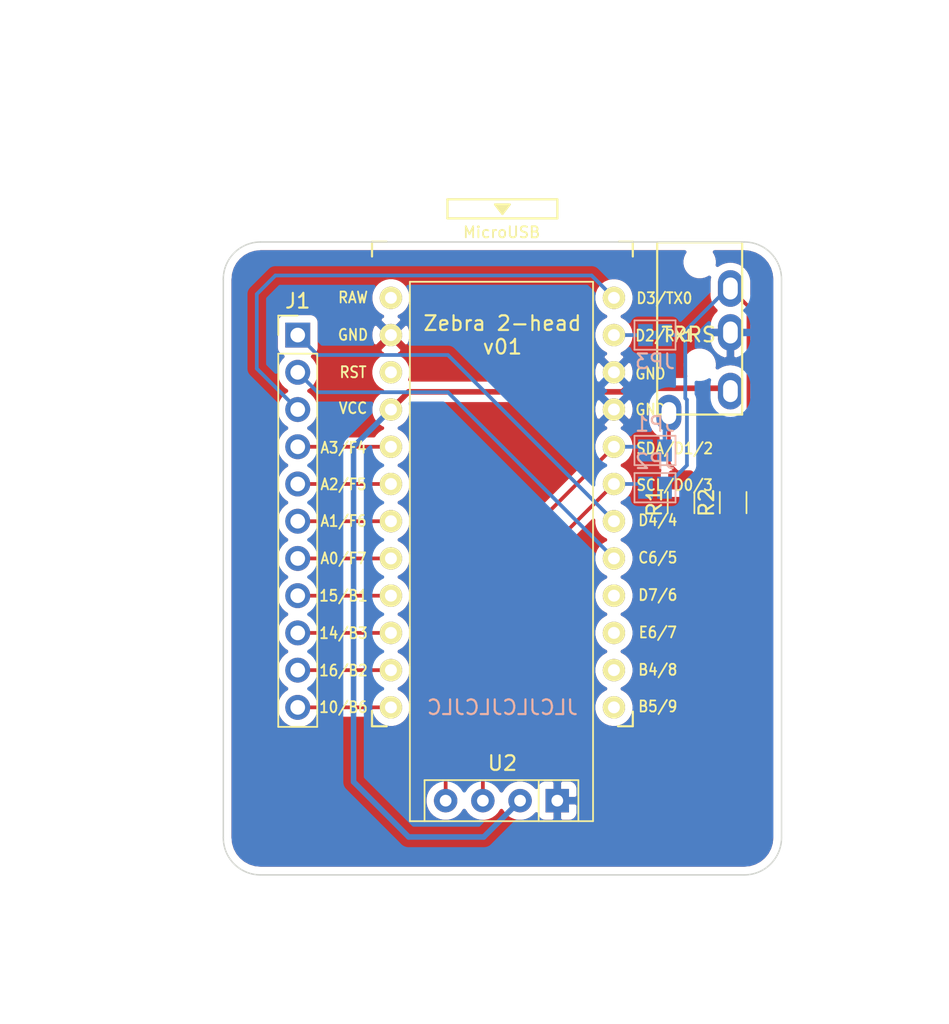
<source format=kicad_pcb>
(kicad_pcb (version 20171130) (host pcbnew "(5.1.8)-1")

  (general
    (thickness 1.6)
    (drawings 10)
    (tracks 57)
    (zones 0)
    (modules 9)
    (nets 25)
  )

  (page A4)
  (layers
    (0 F.Cu signal)
    (31 B.Cu signal)
    (32 B.Adhes user)
    (33 F.Adhes user)
    (34 B.Paste user)
    (35 F.Paste user)
    (36 B.SilkS user)
    (37 F.SilkS user)
    (38 B.Mask user)
    (39 F.Mask user)
    (40 Dwgs.User user)
    (41 Cmts.User user)
    (42 Eco1.User user)
    (43 Eco2.User user)
    (44 Edge.Cuts user)
    (45 Margin user)
    (46 B.CrtYd user)
    (47 F.CrtYd user)
    (48 B.Fab user)
    (49 F.Fab user)
  )

  (setup
    (last_trace_width 0.254)
    (user_trace_width 0.254)
    (user_trace_width 0.381)
    (trace_clearance 0.254)
    (zone_clearance 0.508)
    (zone_45_only no)
    (trace_min 0.254)
    (via_size 0.8)
    (via_drill 0.4)
    (via_min_size 0.4)
    (via_min_drill 0.3)
    (uvia_size 0.3)
    (uvia_drill 0.1)
    (uvias_allowed no)
    (uvia_min_size 0.2)
    (uvia_min_drill 0.1)
    (edge_width 0.1)
    (segment_width 0.2)
    (pcb_text_width 0.3)
    (pcb_text_size 1.5 1.5)
    (mod_edge_width 0.15)
    (mod_text_size 1 1)
    (mod_text_width 0.15)
    (pad_size 1.524 1.524)
    (pad_drill 0.762)
    (pad_to_mask_clearance 0)
    (aux_axis_origin 0 0)
    (visible_elements 7FFFFFFF)
    (pcbplotparams
      (layerselection 0x010fc_ffffffff)
      (usegerberextensions false)
      (usegerberattributes true)
      (usegerberadvancedattributes true)
      (creategerberjobfile true)
      (excludeedgelayer true)
      (linewidth 0.100000)
      (plotframeref false)
      (viasonmask false)
      (mode 1)
      (useauxorigin false)
      (hpglpennumber 1)
      (hpglpenspeed 20)
      (hpglpendiameter 15.000000)
      (psnegative false)
      (psa4output false)
      (plotreference true)
      (plotvalue false)
      (plotinvisibletext false)
      (padsonsilk false)
      (subtractmaskfromsilk false)
      (outputformat 1)
      (mirror false)
      (drillshape 0)
      (scaleselection 1)
      (outputdirectory "../Gerber/"))
  )

  (net 0 "")
  (net 1 "Net-(J1-Pad11)")
  (net 2 "Net-(J1-Pad10)")
  (net 3 "Net-(J1-Pad9)")
  (net 4 "Net-(J1-Pad8)")
  (net 5 "Net-(J1-Pad7)")
  (net 6 "Net-(J1-Pad6)")
  (net 7 "Net-(J1-Pad5)")
  (net 8 "Net-(J1-Pad4)")
  (net 9 "Net-(J1-Pad3)")
  (net 10 "Net-(J1-Pad2)")
  (net 11 "Net-(J1-Pad1)")
  (net 12 GND)
  (net 13 VCC)
  (net 14 "Net-(U1-Pad22)")
  (net 15 "Net-(U1-Pad24)")
  (net 16 "Net-(J2-PadA)")
  (net 17 Serial)
  (net 18 "Net-(U1-Pad12)")
  (net 19 "Net-(U1-Pad11)")
  (net 20 "Net-(U1-Pad10)")
  (net 21 "Net-(U1-Pad9)")
  (net 22 "Net-(J2-PadB)")
  (net 23 SCL)
  (net 24 SDA)

  (net_class Default "This is the default net class."
    (clearance 0.254)
    (trace_width 0.254)
    (via_dia 0.8)
    (via_drill 0.4)
    (uvia_dia 0.3)
    (uvia_drill 0.1)
    (diff_pair_width 0.254)
    (diff_pair_gap 0.254)
    (add_net GND)
    (add_net "Net-(J1-Pad1)")
    (add_net "Net-(J1-Pad10)")
    (add_net "Net-(J1-Pad11)")
    (add_net "Net-(J1-Pad2)")
    (add_net "Net-(J1-Pad3)")
    (add_net "Net-(J1-Pad4)")
    (add_net "Net-(J1-Pad5)")
    (add_net "Net-(J1-Pad6)")
    (add_net "Net-(J1-Pad7)")
    (add_net "Net-(J1-Pad8)")
    (add_net "Net-(J1-Pad9)")
    (add_net "Net-(J2-PadA)")
    (add_net "Net-(J2-PadB)")
    (add_net "Net-(U1-Pad10)")
    (add_net "Net-(U1-Pad11)")
    (add_net "Net-(U1-Pad12)")
    (add_net "Net-(U1-Pad22)")
    (add_net "Net-(U1-Pad24)")
    (add_net "Net-(U1-Pad9)")
    (add_net SCL)
    (add_net SDA)
    (add_net Serial)
    (add_net VCC)
  )

  (module Jumper:SolderJumper-2_P1.3mm_Open_Pad1.0x1.5mm (layer B.Cu) (tedit 5A3EABFC) (tstamp 5FD0C448)
    (at 104.394 103.124 180)
    (descr "SMD Solder Jumper, 1x1.5mm Pads, 0.3mm gap, open")
    (tags "solder jumper open")
    (path /5FD0D318)
    (attr virtual)
    (fp_text reference JP1 (at 0 1.8) (layer B.SilkS)
      (effects (font (size 1 1) (thickness 0.15)) (justify mirror))
    )
    (fp_text value Jumper_NO_Small (at 0 -1.9) (layer B.Fab)
      (effects (font (size 1 1) (thickness 0.15)) (justify mirror))
    )
    (fp_line (start -1.4 -1) (end -1.4 1) (layer B.SilkS) (width 0.12))
    (fp_line (start 1.4 -1) (end -1.4 -1) (layer B.SilkS) (width 0.12))
    (fp_line (start 1.4 1) (end 1.4 -1) (layer B.SilkS) (width 0.12))
    (fp_line (start -1.4 1) (end 1.4 1) (layer B.SilkS) (width 0.12))
    (fp_line (start -1.65 1.25) (end 1.65 1.25) (layer B.CrtYd) (width 0.05))
    (fp_line (start -1.65 1.25) (end -1.65 -1.25) (layer B.CrtYd) (width 0.05))
    (fp_line (start 1.65 -1.25) (end 1.65 1.25) (layer B.CrtYd) (width 0.05))
    (fp_line (start 1.65 -1.25) (end -1.65 -1.25) (layer B.CrtYd) (width 0.05))
    (pad 1 smd rect (at -0.65 0 180) (size 1 1.5) (layers B.Cu B.Mask)
      (net 16 "Net-(J2-PadA)"))
    (pad 2 smd rect (at 0.65 0 180) (size 1 1.5) (layers B.Cu B.Mask)
      (net 24 SDA))
  )

  (module Jumper:SolderJumper-2_P1.3mm_Bridged_Pad1.0x1.5mm (layer B.Cu) (tedit 5C756AB2) (tstamp 5FD0C465)
    (at 104.394 95.25)
    (descr "SMD Solder Jumper, 1x1.5mm Pads, 0.3mm gap, bridged with 1 copper strip")
    (tags "solder jumper open")
    (path /5FD2C94B)
    (attr virtual)
    (fp_text reference JP3 (at 0 1.8) (layer B.SilkS)
      (effects (font (size 1 1) (thickness 0.15)) (justify mirror))
    )
    (fp_text value Jumper_NC_Small (at 0 -1.9) (layer B.Fab)
      (effects (font (size 1 1) (thickness 0.15)) (justify mirror))
    )
    (fp_line (start -1.4 -1) (end -1.4 1) (layer B.SilkS) (width 0.12))
    (fp_line (start 1.4 -1) (end -1.4 -1) (layer B.SilkS) (width 0.12))
    (fp_line (start 1.4 1) (end 1.4 -1) (layer B.SilkS) (width 0.12))
    (fp_line (start -1.4 1) (end 1.4 1) (layer B.SilkS) (width 0.12))
    (fp_line (start -1.65 1.25) (end 1.65 1.25) (layer B.CrtYd) (width 0.05))
    (fp_line (start -1.65 1.25) (end -1.65 -1.25) (layer B.CrtYd) (width 0.05))
    (fp_line (start 1.65 -1.25) (end 1.65 1.25) (layer B.CrtYd) (width 0.05))
    (fp_line (start 1.65 -1.25) (end -1.65 -1.25) (layer B.CrtYd) (width 0.05))
    (fp_poly (pts (xy -0.25 0.3) (xy 0.25 0.3) (xy 0.25 -0.3) (xy -0.25 -0.3)) (layer B.Cu) (width 0))
    (pad 2 smd rect (at 0.65 0) (size 1 1.5) (layers B.Cu B.Mask)
      (net 22 "Net-(J2-PadB)"))
    (pad 1 smd rect (at -0.65 0) (size 1 1.5) (layers B.Cu B.Mask)
      (net 17 Serial))
  )

  (module Resistor_SMD:R_1206_3216Metric_Pad1.30x1.75mm_HandSolder (layer F.Cu) (tedit 5F68FEEE) (tstamp 5FD0C487)
    (at 109.728 106.68 90)
    (descr "Resistor SMD 1206 (3216 Metric), square (rectangular) end terminal, IPC_7351 nominal with elongated pad for handsoldering. (Body size source: IPC-SM-782 page 72, https://www.pcb-3d.com/wordpress/wp-content/uploads/ipc-sm-782a_amendment_1_and_2.pdf), generated with kicad-footprint-generator")
    (tags "resistor handsolder")
    (path /5FD2335A)
    (attr smd)
    (fp_text reference R2 (at 0 -1.82 90) (layer F.SilkS)
      (effects (font (size 1 1) (thickness 0.15)))
    )
    (fp_text value 6k (at 0 1.82 90) (layer F.Fab)
      (effects (font (size 1 1) (thickness 0.15)))
    )
    (fp_line (start -1.6 0.8) (end -1.6 -0.8) (layer F.Fab) (width 0.1))
    (fp_line (start -1.6 -0.8) (end 1.6 -0.8) (layer F.Fab) (width 0.1))
    (fp_line (start 1.6 -0.8) (end 1.6 0.8) (layer F.Fab) (width 0.1))
    (fp_line (start 1.6 0.8) (end -1.6 0.8) (layer F.Fab) (width 0.1))
    (fp_line (start -0.727064 -0.91) (end 0.727064 -0.91) (layer F.SilkS) (width 0.12))
    (fp_line (start -0.727064 0.91) (end 0.727064 0.91) (layer F.SilkS) (width 0.12))
    (fp_line (start -2.45 1.12) (end -2.45 -1.12) (layer F.CrtYd) (width 0.05))
    (fp_line (start -2.45 -1.12) (end 2.45 -1.12) (layer F.CrtYd) (width 0.05))
    (fp_line (start 2.45 -1.12) (end 2.45 1.12) (layer F.CrtYd) (width 0.05))
    (fp_line (start 2.45 1.12) (end -2.45 1.12) (layer F.CrtYd) (width 0.05))
    (fp_text user %R (at 0 0 90) (layer F.Fab)
      (effects (font (size 0.8 0.8) (thickness 0.12)))
    )
    (pad 2 smd roundrect (at 1.55 0 90) (size 1.3 1.75) (layers F.Cu F.Paste F.Mask) (roundrect_rratio 0.192308)
      (net 22 "Net-(J2-PadB)"))
    (pad 1 smd roundrect (at -1.55 0 90) (size 1.3 1.75) (layers F.Cu F.Paste F.Mask) (roundrect_rratio 0.192308)
      (net 13 VCC))
    (model ${KISYS3DMOD}/Resistor_SMD.3dshapes/R_1206_3216Metric.wrl
      (at (xyz 0 0 0))
      (scale (xyz 1 1 1))
      (rotate (xyz 0 0 0))
    )
  )

  (module Resistor_SMD:R_1206_3216Metric_Pad1.30x1.75mm_HandSolder (layer F.Cu) (tedit 5F68FEEE) (tstamp 5FD0C476)
    (at 106.172 106.68 90)
    (descr "Resistor SMD 1206 (3216 Metric), square (rectangular) end terminal, IPC_7351 nominal with elongated pad for handsoldering. (Body size source: IPC-SM-782 page 72, https://www.pcb-3d.com/wordpress/wp-content/uploads/ipc-sm-782a_amendment_1_and_2.pdf), generated with kicad-footprint-generator")
    (tags "resistor handsolder")
    (path /5FD1FE92)
    (attr smd)
    (fp_text reference R1 (at 0 -1.82 90) (layer F.SilkS)
      (effects (font (size 1 1) (thickness 0.15)))
    )
    (fp_text value 6k (at 0 1.82 90) (layer F.Fab)
      (effects (font (size 1 1) (thickness 0.15)))
    )
    (fp_line (start -1.6 0.8) (end -1.6 -0.8) (layer F.Fab) (width 0.1))
    (fp_line (start -1.6 -0.8) (end 1.6 -0.8) (layer F.Fab) (width 0.1))
    (fp_line (start 1.6 -0.8) (end 1.6 0.8) (layer F.Fab) (width 0.1))
    (fp_line (start 1.6 0.8) (end -1.6 0.8) (layer F.Fab) (width 0.1))
    (fp_line (start -0.727064 -0.91) (end 0.727064 -0.91) (layer F.SilkS) (width 0.12))
    (fp_line (start -0.727064 0.91) (end 0.727064 0.91) (layer F.SilkS) (width 0.12))
    (fp_line (start -2.45 1.12) (end -2.45 -1.12) (layer F.CrtYd) (width 0.05))
    (fp_line (start -2.45 -1.12) (end 2.45 -1.12) (layer F.CrtYd) (width 0.05))
    (fp_line (start 2.45 -1.12) (end 2.45 1.12) (layer F.CrtYd) (width 0.05))
    (fp_line (start 2.45 1.12) (end -2.45 1.12) (layer F.CrtYd) (width 0.05))
    (fp_text user %R (at 0 0 90) (layer F.Fab)
      (effects (font (size 0.8 0.8) (thickness 0.12)))
    )
    (pad 2 smd roundrect (at 1.55 0 90) (size 1.3 1.75) (layers F.Cu F.Paste F.Mask) (roundrect_rratio 0.192308)
      (net 16 "Net-(J2-PadA)"))
    (pad 1 smd roundrect (at -1.55 0 90) (size 1.3 1.75) (layers F.Cu F.Paste F.Mask) (roundrect_rratio 0.192308)
      (net 13 VCC))
    (model ${KISYS3DMOD}/Resistor_SMD.3dshapes/R_1206_3216Metric.wrl
      (at (xyz 0 0 0))
      (scale (xyz 1 1 1))
      (rotate (xyz 0 0 0))
    )
  )

  (module Jumper:SolderJumper-2_P1.3mm_Open_Pad1.0x1.5mm (layer B.Cu) (tedit 5A3EABFC) (tstamp 5FD0C456)
    (at 104.394 105.664 180)
    (descr "SMD Solder Jumper, 1x1.5mm Pads, 0.3mm gap, open")
    (tags "solder jumper open")
    (path /5FD0E0A1)
    (attr virtual)
    (fp_text reference JP2 (at 0 1.8) (layer B.SilkS)
      (effects (font (size 1 1) (thickness 0.15)) (justify mirror))
    )
    (fp_text value Jumper_NO_Small (at 0 -1.9) (layer B.Fab)
      (effects (font (size 1 1) (thickness 0.15)) (justify mirror))
    )
    (fp_line (start -1.4 -1) (end -1.4 1) (layer B.SilkS) (width 0.12))
    (fp_line (start 1.4 -1) (end -1.4 -1) (layer B.SilkS) (width 0.12))
    (fp_line (start 1.4 1) (end 1.4 -1) (layer B.SilkS) (width 0.12))
    (fp_line (start -1.4 1) (end 1.4 1) (layer B.SilkS) (width 0.12))
    (fp_line (start -1.65 1.25) (end 1.65 1.25) (layer B.CrtYd) (width 0.05))
    (fp_line (start -1.65 1.25) (end -1.65 -1.25) (layer B.CrtYd) (width 0.05))
    (fp_line (start 1.65 -1.25) (end 1.65 1.25) (layer B.CrtYd) (width 0.05))
    (fp_line (start 1.65 -1.25) (end -1.65 -1.25) (layer B.CrtYd) (width 0.05))
    (pad 1 smd rect (at -0.65 0 180) (size 1 1.5) (layers B.Cu B.Mask)
      (net 22 "Net-(J2-PadB)"))
    (pad 2 smd rect (at 0.65 0 180) (size 1 1.5) (layers B.Cu B.Mask)
      (net 23 SCL))
  )

  (module kbd:MJ-4PP-9_1side (layer F.Cu) (tedit 5F8C8304) (tstamp 5FD05B8F)
    (at 107.442 88.773)
    (path /5FD0D110)
    (fp_text reference J2 (at -0.85 4.95) (layer F.Fab)
      (effects (font (size 1 1) (thickness 0.15)))
    )
    (fp_text value MJ-4PP-9 (at 0 14) (layer F.Fab) hide
      (effects (font (size 1 1) (thickness 0.15)))
    )
    (fp_line (start -2.9 11.9) (end -2.9 0.15) (layer F.SilkS) (width 0.15))
    (fp_line (start 2.9 11.9) (end -2.9 11.9) (layer F.SilkS) (width 0.15))
    (fp_line (start 2.9 0.15) (end 2.9 11.9) (layer F.SilkS) (width 0.15))
    (fp_line (start -2.9 0.15) (end 2.9 0.15) (layer F.SilkS) (width 0.15))
    (fp_text user TRRS (at -0.75 6.45) (layer F.SilkS)
      (effects (font (size 1 1) (thickness 0.15)))
    )
    (pad A thru_hole oval (at -2.1 11.8) (size 1.7 2.5) (drill oval 1 1.5) (layers *.Cu B.Mask)
      (net 16 "Net-(J2-PadA)") (clearance 0.15))
    (pad D thru_hole oval (at 2.1 10.3) (size 1.7 2.5) (drill oval 1 1.5) (layers *.Cu B.Mask)
      (net 13 VCC) (clearance 0.15))
    (pad C thru_hole oval (at 2.1 6.3) (size 1.7 2.5) (drill oval 1 1.5) (layers *.Cu B.Mask)
      (net 12 GND))
    (pad B thru_hole oval (at 2.1 3.3) (size 1.7 2.5) (drill oval 1 1.5) (layers *.Cu B.Mask)
      (net 22 "Net-(J2-PadB)"))
    (pad "" np_thru_hole circle (at 0 8.5) (size 1.2 1.2) (drill 1.2) (layers *.Cu *.Mask))
    (pad "" np_thru_hole circle (at 0 1.5) (size 1.2 1.2) (drill 1.2) (layers *.Cu *.Mask))
    (model /Users/foostan/src/github.com/foostan/kbd/kicad-packages3D/kbd.3dshapes/PJ320A.step
      (offset (xyz 0 -8.5 0))
      (scale (xyz 1 1 1))
      (rotate (xyz 0 0 0))
    )
  )

  (module kbd:ProMicro_v3.5 (layer F.Cu) (tedit 5CC05BC0) (tstamp 5FD0C4EE)
    (at 93.98 107.188)
    (path /5FD08ED3)
    (fp_text reference U1 (at 0 -5 270) (layer F.SilkS) hide
      (effects (font (size 1 1) (thickness 0.15)))
    )
    (fp_text value ProMicro (at -0.1 0.05 90) (layer F.Fab) hide
      (effects (font (size 1 1) (thickness 0.15)))
    )
    (fp_line (start 8.9 14.75) (end 7.89 14.75) (layer F.SilkS) (width 0.15))
    (fp_line (start -8.9 14.75) (end -7.9 14.75) (layer F.SilkS) (width 0.15))
    (fp_line (start 8.9 13.75) (end 8.9 14.75) (layer F.SilkS) (width 0.15))
    (fp_line (start -8.9 13.7) (end -8.9 14.75) (layer F.SilkS) (width 0.15))
    (fp_line (start 8.9 -18.3) (end 7.95 -18.3) (layer F.SilkS) (width 0.15))
    (fp_line (start -8.9 -18.3) (end -7.9 -18.3) (layer F.SilkS) (width 0.15))
    (fp_line (start 8.9 -18.3) (end 8.9 -17.3) (layer F.SilkS) (width 0.15))
    (fp_line (start -8.9 -18.3) (end -8.9 -17.3) (layer F.SilkS) (width 0.15))
    (fp_line (start -8.9 14.75) (end -8.9 -18.3) (layer F.Fab) (width 0.15))
    (fp_line (start 8.9 14.75) (end -8.9 14.75) (layer F.Fab) (width 0.15))
    (fp_line (start 8.9 -18.3) (end 8.9 14.75) (layer F.Fab) (width 0.15))
    (fp_line (start -8.9 -18.3) (end -3.75 -18.3) (layer F.Fab) (width 0.15))
    (fp_line (start -3.75 -19.6) (end 3.75 -19.6) (layer F.Fab) (width 0.15))
    (fp_line (start 3.75 -19.6) (end 3.75 -18.3) (layer F.Fab) (width 0.15))
    (fp_line (start -3.75 -19.6) (end -3.75 -18.299039) (layer F.Fab) (width 0.15))
    (fp_line (start -3.75 -18.3) (end 3.75 -18.3) (layer F.Fab) (width 0.15))
    (fp_line (start 3.76 -18.3) (end 8.9 -18.3) (layer F.Fab) (width 0.15))
    (fp_line (start -3.75 -21.2) (end -3.75 -19.9) (layer F.SilkS) (width 0.15))
    (fp_line (start -3.75 -19.9) (end 3.75 -19.9) (layer F.SilkS) (width 0.15))
    (fp_line (start 3.75 -19.9) (end 3.75 -21.2) (layer F.SilkS) (width 0.15))
    (fp_line (start 3.75 -21.2) (end -3.75 -21.2) (layer F.SilkS) (width 0.15))
    (fp_line (start -0.5 -20.85) (end 0.5 -20.85) (layer F.SilkS) (width 0.15))
    (fp_line (start 0.5 -20.85) (end 0 -20.2) (layer F.SilkS) (width 0.15))
    (fp_line (start 0 -20.2) (end -0.5 -20.85) (layer F.SilkS) (width 0.15))
    (fp_line (start -0.35 -20.7) (end 0.35 -20.7) (layer F.SilkS) (width 0.15))
    (fp_line (start -0.25 -20.55) (end 0.25 -20.55) (layer F.SilkS) (width 0.15))
    (fp_line (start -0.15 -20.4) (end 0.15 -20.4) (layer F.SilkS) (width 0.15))
    (fp_text user "" (at -1.2515 -16.256) (layer B.SilkS)
      (effects (font (size 1 1) (thickness 0.15)) (justify mirror))
    )
    (fp_text user "" (at -0.545 -17.4) (layer F.SilkS)
      (effects (font (size 1 1) (thickness 0.15)))
    )
    (fp_text user RAW (at -10.195 -14.5 unlocked) (layer F.SilkS)
      (effects (font (size 0.75 0.67) (thickness 0.125)))
    )
    (fp_text user GND (at -10.195 -11.95 unlocked) (layer F.SilkS)
      (effects (font (size 0.75 0.67) (thickness 0.125)))
    )
    (fp_text user RST (at -10.195 -9.4 unlocked) (layer F.SilkS)
      (effects (font (size 0.75 0.67) (thickness 0.125)))
    )
    (fp_text user VCC (at -10.195 -6.95 unlocked) (layer F.SilkS)
      (effects (font (size 0.75 0.67) (thickness 0.125)))
    )
    (fp_text user A3/F4 (at -10.845 -4.25 unlocked) (layer F.SilkS)
      (effects (font (size 0.75 0.67) (thickness 0.125)))
    )
    (fp_text user A2/F5 (at -10.845 -1.75 unlocked) (layer F.SilkS)
      (effects (font (size 0.75 0.67) (thickness 0.125)))
    )
    (fp_text user A1/F6 (at -10.845 0.75 unlocked) (layer F.SilkS)
      (effects (font (size 0.75 0.67) (thickness 0.125)))
    )
    (fp_text user A0/F7 (at -10.845 3.3 unlocked) (layer F.SilkS)
      (effects (font (size 0.75 0.67) (thickness 0.125)))
    )
    (fp_text user 15/B1 (at -10.845 5.85 unlocked) (layer F.SilkS)
      (effects (font (size 0.75 0.67) (thickness 0.125)))
    )
    (fp_text user 14/B3 (at -10.845 8.4 unlocked) (layer F.SilkS)
      (effects (font (size 0.75 0.67) (thickness 0.125)))
    )
    (fp_text user 10/B6 (at -10.845 13.45 unlocked) (layer F.SilkS)
      (effects (font (size 0.75 0.67) (thickness 0.125)))
    )
    (fp_text user 16/B2 (at -10.845 10.95 unlocked) (layer F.SilkS)
      (effects (font (size 0.75 0.67) (thickness 0.125)))
    )
    (fp_text user E6/7 (at 10.605 8.35 unlocked) (layer F.SilkS)
      (effects (font (size 0.75 0.67) (thickness 0.125)))
    )
    (fp_text user D7/6 (at 10.605 5.8 unlocked) (layer F.SilkS)
      (effects (font (size 0.75 0.67) (thickness 0.125)))
    )
    (fp_text user GND (at 10.105 -9.3 unlocked) (layer F.SilkS)
      (effects (font (size 0.75 0.67) (thickness 0.125)))
    )
    (fp_text user GND (at 10.105 -6.85 unlocked) (layer F.SilkS)
      (effects (font (size 0.75 0.67) (thickness 0.125)))
    )
    (fp_text user D3/TX0 (at 11.055 -14.45 unlocked) (layer F.SilkS)
      (effects (font (size 0.75 0.67) (thickness 0.125)))
    )
    (fp_text user D4/4 (at 10.605 0.7 unlocked) (layer F.SilkS)
      (effects (font (size 0.75 0.67) (thickness 0.125)))
    )
    (fp_text user SDA/D1/2 (at 11.755 -4.2 unlocked) (layer F.SilkS)
      (effects (font (size 0.75 0.67) (thickness 0.125)))
    )
    (fp_text user SCL/D0/3 (at 11.755 -1.7 unlocked) (layer F.SilkS)
      (effects (font (size 0.75 0.67) (thickness 0.125)))
    )
    (fp_text user C6/5 (at 10.605 3.25 unlocked) (layer F.SilkS)
      (effects (font (size 0.75 0.67) (thickness 0.125)))
    )
    (fp_text user B5/9 (at 10.605 13.4 unlocked) (layer F.SilkS)
      (effects (font (size 0.75 0.67) (thickness 0.125)))
    )
    (fp_text user D2/RX1 (at 11.055 -11.9 unlocked) (layer F.SilkS)
      (effects (font (size 0.75 0.67) (thickness 0.125)))
    )
    (fp_text user B4/8 (at 10.605 10.9 unlocked) (layer F.SilkS)
      (effects (font (size 0.75 0.67) (thickness 0.125)))
    )
    (fp_text user MicroUSB (at -0.05 -18.95) (layer F.SilkS)
      (effects (font (size 0.75 0.75) (thickness 0.12)))
    )
    (pad 24 thru_hole circle (at -7.6086 -14.478) (size 1.524 1.524) (drill 0.8128) (layers *.Cu F.SilkS B.Mask)
      (net 15 "Net-(U1-Pad24)"))
    (pad 23 thru_hole circle (at -7.6086 -11.938) (size 1.524 1.524) (drill 0.8128) (layers *.Cu F.SilkS B.Mask)
      (net 12 GND))
    (pad 22 thru_hole circle (at -7.6086 -9.398) (size 1.524 1.524) (drill 0.8128) (layers *.Cu F.SilkS B.Mask)
      (net 14 "Net-(U1-Pad22)"))
    (pad 21 thru_hole circle (at -7.6086 -6.858) (size 1.524 1.524) (drill 0.8128) (layers *.Cu F.SilkS B.Mask)
      (net 13 VCC))
    (pad 20 thru_hole circle (at -7.6086 -4.318) (size 1.524 1.524) (drill 0.8128) (layers *.Cu F.SilkS B.Mask)
      (net 8 "Net-(J1-Pad4)"))
    (pad 19 thru_hole circle (at -7.6086 -1.778) (size 1.524 1.524) (drill 0.8128) (layers *.Cu F.SilkS B.Mask)
      (net 7 "Net-(J1-Pad5)"))
    (pad 18 thru_hole circle (at -7.6086 0.762) (size 1.524 1.524) (drill 0.8128) (layers *.Cu F.SilkS B.Mask)
      (net 6 "Net-(J1-Pad6)"))
    (pad 17 thru_hole circle (at -7.6086 3.302) (size 1.524 1.524) (drill 0.8128) (layers *.Cu F.SilkS B.Mask)
      (net 5 "Net-(J1-Pad7)"))
    (pad 16 thru_hole circle (at -7.6086 5.842) (size 1.524 1.524) (drill 0.8128) (layers *.Cu F.SilkS B.Mask)
      (net 4 "Net-(J1-Pad8)"))
    (pad 15 thru_hole circle (at -7.6086 8.382) (size 1.524 1.524) (drill 0.8128) (layers *.Cu F.SilkS B.Mask)
      (net 3 "Net-(J1-Pad9)"))
    (pad 14 thru_hole circle (at -7.6086 10.922) (size 1.524 1.524) (drill 0.8128) (layers *.Cu F.SilkS B.Mask)
      (net 2 "Net-(J1-Pad10)"))
    (pad 13 thru_hole circle (at -7.6086 13.462) (size 1.524 1.524) (drill 0.8128) (layers *.Cu F.SilkS B.Mask)
      (net 1 "Net-(J1-Pad11)"))
    (pad 12 thru_hole circle (at 7.6114 13.462) (size 1.524 1.524) (drill 0.8128) (layers *.Cu F.SilkS B.Mask)
      (net 18 "Net-(U1-Pad12)"))
    (pad 11 thru_hole circle (at 7.6114 10.922) (size 1.524 1.524) (drill 0.8128) (layers *.Cu F.SilkS B.Mask)
      (net 19 "Net-(U1-Pad11)"))
    (pad 10 thru_hole circle (at 7.6114 8.382) (size 1.524 1.524) (drill 0.8128) (layers *.Cu F.SilkS B.Mask)
      (net 20 "Net-(U1-Pad10)"))
    (pad 9 thru_hole circle (at 7.6114 5.842) (size 1.524 1.524) (drill 0.8128) (layers *.Cu F.SilkS B.Mask)
      (net 21 "Net-(U1-Pad9)"))
    (pad 8 thru_hole circle (at 7.6114 3.302) (size 1.524 1.524) (drill 0.8128) (layers *.Cu F.SilkS B.Mask)
      (net 10 "Net-(J1-Pad2)"))
    (pad 7 thru_hole circle (at 7.6114 0.762) (size 1.524 1.524) (drill 0.8128) (layers *.Cu F.SilkS B.Mask)
      (net 11 "Net-(J1-Pad1)"))
    (pad 6 thru_hole circle (at 7.6114 -1.778) (size 1.524 1.524) (drill 0.8128) (layers *.Cu F.SilkS B.Mask)
      (net 23 SCL))
    (pad 5 thru_hole circle (at 7.6114 -4.318) (size 1.524 1.524) (drill 0.8128) (layers *.Cu F.SilkS B.Mask)
      (net 24 SDA))
    (pad 4 thru_hole circle (at 7.6114 -6.858) (size 1.524 1.524) (drill 0.8128) (layers *.Cu F.SilkS B.Mask)
      (net 12 GND))
    (pad 3 thru_hole circle (at 7.6114 -9.398) (size 1.524 1.524) (drill 0.8128) (layers *.Cu F.SilkS B.Mask)
      (net 12 GND))
    (pad 2 thru_hole circle (at 7.6114 -11.938) (size 1.524 1.524) (drill 0.8128) (layers *.Cu F.SilkS B.Mask)
      (net 17 Serial))
    (pad 1 thru_hole circle (at 7.6114 -14.478) (size 1.524 1.524) (drill 0.8128) (layers *.Cu F.SilkS B.Mask)
      (net 9 "Net-(J1-Pad3)"))
  )

  (module ssd1306:SSD1306 (layer F.Cu) (tedit 5FA4D426) (tstamp 5FA7929A)
    (at 93.726 112.014 90)
    (descr "OLED display")
    (tags U)
    (path /5FA7FAD8)
    (fp_text reference U2 (at -12.446 0.254) (layer F.SilkS)
      (effects (font (size 1 1) (thickness 0.15)))
    )
    (fp_text value ssd1306 (at -12.6 -1.08) (layer F.Fab)
      (effects (font (size 1 1) (thickness 0.15)))
    )
    (fp_line (start -13.6 5.44) (end -16.4 5.44) (layer F.SilkS) (width 0.12))
    (fp_line (start -16.4 -5.06) (end -13.6 -5.06) (layer F.SilkS) (width 0.12))
    (fp_line (start 20.4 6.44) (end 20.4 -6.06) (layer F.SilkS) (width 0.12))
    (fp_line (start -16.25 5.29) (end -13.75 5.29) (layer F.Fab) (width 0.1))
    (fp_line (start -13.75 5.29) (end -13.75 -4.91) (layer F.Fab) (width 0.1))
    (fp_line (start -13.75 -4.91) (end -16.25 -4.91) (layer F.Fab) (width 0.1))
    (fp_line (start -16.25 -4.91) (end -16.25 5.29) (layer F.Fab) (width 0.1))
    (fp_line (start -16.25 2.73) (end -13.75 2.73) (layer F.Fab) (width 0.1))
    (fp_line (start -16.4 6.44) (end 20.4 6.44) (layer F.SilkS) (width 0.12))
    (fp_line (start -13.6 5.44) (end -13.6 -5.06) (layer F.SilkS) (width 0.12))
    (fp_line (start 20.4 -6.06) (end -16.4 -6.06) (layer F.SilkS) (width 0.12))
    (fp_line (start -16.4 -6.06) (end -16.4 6.44) (layer F.SilkS) (width 0.12))
    (fp_line (start -16.4 2.73) (end -13.6 2.73) (layer F.SilkS) (width 0.12))
    (fp_line (start -16.65 6.7) (end 20.65 6.7) (layer F.CrtYd) (width 0.05))
    (fp_line (start 20.65 6.7) (end 20.65 -6.35) (layer F.CrtYd) (width 0.05))
    (fp_line (start 20.65 -6.35) (end -16.65 -6.35) (layer F.CrtYd) (width 0.05))
    (fp_line (start -16.65 -6.35) (end -16.65 6.7) (layer F.CrtYd) (width 0.05))
    (fp_text user %R (at -15 0.19) (layer F.Fab)
      (effects (font (size 1 1) (thickness 0.15)))
    )
    (pad 1 thru_hole rect (at -15 4 180) (size 1.6 1.6) (drill 0.8) (layers *.Cu *.Mask)
      (net 12 GND))
    (pad 2 thru_hole oval (at -15 1.46 180) (size 1.6 1.6) (drill 0.8) (layers *.Cu *.Mask)
      (net 13 VCC))
    (pad 3 thru_hole oval (at -15 -1.08 180) (size 1.6 1.6) (drill 0.8) (layers *.Cu *.Mask)
      (net 23 SCL))
    (pad 4 thru_hole oval (at -15 -3.62 180) (size 1.6 1.6) (drill 0.8) (layers *.Cu *.Mask)
      (net 24 SDA))
    (model ${KISYS3DMOD}/Resistor_THT.3dshapes/R_Array_SIP4.wrl
      (at (xyz 0 0 0))
      (scale (xyz 1 1 1))
      (rotate (xyz 0 0 0))
    )
  )

  (module Connector_PinHeader_2.54mm:PinHeader_1x11_P2.54mm_Vertical (layer F.Cu) (tedit 59FED5CC) (tstamp 5FA79235)
    (at 80.01 95.25)
    (descr "Through hole straight pin header, 1x11, 2.54mm pitch, single row")
    (tags "Through hole pin header THT 1x11 2.54mm single row")
    (path /5FA80232)
    (fp_text reference J1 (at 0 -2.33) (layer F.SilkS)
      (effects (font (size 1 1) (thickness 0.15)))
    )
    (fp_text value Conn_01x11 (at 0 27.73) (layer F.Fab)
      (effects (font (size 1 1) (thickness 0.15)))
    )
    (fp_line (start 1.8 -1.8) (end -1.8 -1.8) (layer F.CrtYd) (width 0.05))
    (fp_line (start 1.8 27.2) (end 1.8 -1.8) (layer F.CrtYd) (width 0.05))
    (fp_line (start -1.8 27.2) (end 1.8 27.2) (layer F.CrtYd) (width 0.05))
    (fp_line (start -1.8 -1.8) (end -1.8 27.2) (layer F.CrtYd) (width 0.05))
    (fp_line (start -1.33 -1.33) (end 0 -1.33) (layer F.SilkS) (width 0.12))
    (fp_line (start -1.33 0) (end -1.33 -1.33) (layer F.SilkS) (width 0.12))
    (fp_line (start -1.33 1.27) (end 1.33 1.27) (layer F.SilkS) (width 0.12))
    (fp_line (start 1.33 1.27) (end 1.33 26.73) (layer F.SilkS) (width 0.12))
    (fp_line (start -1.33 1.27) (end -1.33 26.73) (layer F.SilkS) (width 0.12))
    (fp_line (start -1.33 26.73) (end 1.33 26.73) (layer F.SilkS) (width 0.12))
    (fp_line (start -1.27 -0.635) (end -0.635 -1.27) (layer F.Fab) (width 0.1))
    (fp_line (start -1.27 26.67) (end -1.27 -0.635) (layer F.Fab) (width 0.1))
    (fp_line (start 1.27 26.67) (end -1.27 26.67) (layer F.Fab) (width 0.1))
    (fp_line (start 1.27 -1.27) (end 1.27 26.67) (layer F.Fab) (width 0.1))
    (fp_line (start -0.635 -1.27) (end 1.27 -1.27) (layer F.Fab) (width 0.1))
    (fp_text user %R (at 0 12.7 90) (layer F.Fab)
      (effects (font (size 1 1) (thickness 0.15)))
    )
    (pad 11 thru_hole oval (at 0 25.4) (size 1.7 1.7) (drill 1) (layers *.Cu *.Mask)
      (net 1 "Net-(J1-Pad11)"))
    (pad 10 thru_hole oval (at 0 22.86) (size 1.7 1.7) (drill 1) (layers *.Cu *.Mask)
      (net 2 "Net-(J1-Pad10)"))
    (pad 9 thru_hole oval (at 0 20.32) (size 1.7 1.7) (drill 1) (layers *.Cu *.Mask)
      (net 3 "Net-(J1-Pad9)"))
    (pad 8 thru_hole oval (at 0 17.78) (size 1.7 1.7) (drill 1) (layers *.Cu *.Mask)
      (net 4 "Net-(J1-Pad8)"))
    (pad 7 thru_hole oval (at 0 15.24) (size 1.7 1.7) (drill 1) (layers *.Cu *.Mask)
      (net 5 "Net-(J1-Pad7)"))
    (pad 6 thru_hole oval (at 0 12.7) (size 1.7 1.7) (drill 1) (layers *.Cu *.Mask)
      (net 6 "Net-(J1-Pad6)"))
    (pad 5 thru_hole oval (at 0 10.16) (size 1.7 1.7) (drill 1) (layers *.Cu *.Mask)
      (net 7 "Net-(J1-Pad5)"))
    (pad 4 thru_hole oval (at 0 7.62) (size 1.7 1.7) (drill 1) (layers *.Cu *.Mask)
      (net 8 "Net-(J1-Pad4)"))
    (pad 3 thru_hole oval (at 0 5.08) (size 1.7 1.7) (drill 1) (layers *.Cu *.Mask)
      (net 9 "Net-(J1-Pad3)"))
    (pad 2 thru_hole oval (at 0 2.54) (size 1.7 1.7) (drill 1) (layers *.Cu *.Mask)
      (net 10 "Net-(J1-Pad2)"))
    (pad 1 thru_hole rect (at 0 0) (size 1.7 1.7) (drill 1) (layers *.Cu *.Mask)
      (net 11 "Net-(J1-Pad1)"))
    (model ${KISYS3DMOD}/Connector_PinHeader_2.54mm.3dshapes/PinHeader_1x11_P2.54mm_Vertical.wrl
      (at (xyz 0 0 0))
      (scale (xyz 1 1 1))
      (rotate (xyz 0 0 0))
    )
  )

  (gr_text JLCJLCJLCJLC (at 93.98 120.65) (layer B.SilkS)
    (effects (font (size 1 1) (thickness 0.15)) (justify mirror))
  )
  (gr_text "Zebra 2-head\nv01" (at 93.98 95.25) (layer F.SilkS)
    (effects (font (size 1 1) (thickness 0.15)))
  )
  (gr_arc (start 77.47 129.54) (end 74.93 129.54) (angle -90) (layer Edge.Cuts) (width 0.1))
  (gr_arc (start 77.47 91.44) (end 77.47 88.9) (angle -90) (layer Edge.Cuts) (width 0.1))
  (gr_arc (start 110.49 91.44) (end 113.03 91.44) (angle -90) (layer Edge.Cuts) (width 0.1))
  (gr_arc (start 110.49 129.54) (end 110.49 132.08) (angle -90) (layer Edge.Cuts) (width 0.1))
  (gr_line (start 74.93 129.54) (end 74.93 91.44) (layer Edge.Cuts) (width 0.1))
  (gr_line (start 110.49 132.08) (end 77.47 132.08) (layer Edge.Cuts) (width 0.1))
  (gr_line (start 113.03 91.44) (end 113.03 129.54) (layer Edge.Cuts) (width 0.1))
  (gr_line (start 77.47 88.9) (end 110.49 88.9) (layer Edge.Cuts) (width 0.1))

  (segment (start 80.01 120.65) (end 86.36 120.65) (width 0.254) (layer F.Cu) (net 1))
  (segment (start 80.01 118.11) (end 86.36 118.11) (width 0.254) (layer F.Cu) (net 2))
  (segment (start 80.01 115.57) (end 86.36 115.57) (width 0.254) (layer F.Cu) (net 3))
  (segment (start 80.01 113.03) (end 86.36 113.03) (width 0.254) (layer F.Cu) (net 4))
  (segment (start 80.01 110.49) (end 86.36 110.49) (width 0.254) (layer F.Cu) (net 5))
  (segment (start 80.01 107.95) (end 86.36 107.95) (width 0.254) (layer F.Cu) (net 6))
  (segment (start 80.01 105.41) (end 86.36 105.41) (width 0.254) (layer F.Cu) (net 7))
  (segment (start 80.01 102.87) (end 86.36 102.87) (width 0.254) (layer F.Cu) (net 8))
  (segment (start 77.216 97.536) (end 80.01 100.33) (width 0.254) (layer B.Cu) (net 9))
  (segment (start 77.216 92.456) (end 77.216 97.536) (width 0.254) (layer B.Cu) (net 9))
  (segment (start 78.486 91.186) (end 77.216 92.456) (width 0.254) (layer B.Cu) (net 9))
  (segment (start 100.0674 91.186) (end 78.486 91.186) (width 0.254) (layer B.Cu) (net 9))
  (segment (start 101.5914 92.71) (end 100.0674 91.186) (width 0.254) (layer B.Cu) (net 9))
  (segment (start 81.368999 99.148999) (end 80.01 97.79) (width 0.254) (layer B.Cu) (net 10))
  (segment (start 90.258999 99.148999) (end 81.368999 99.148999) (width 0.254) (layer B.Cu) (net 10))
  (segment (start 101.6 110.49) (end 90.258999 99.148999) (width 0.254) (layer B.Cu) (net 10))
  (segment (start 81.368999 96.608999) (end 80.01 95.25) (width 0.254) (layer B.Cu) (net 11))
  (segment (start 90.258999 96.608999) (end 81.368999 96.608999) (width 0.254) (layer B.Cu) (net 11))
  (segment (start 101.6 107.95) (end 90.258999 96.608999) (width 0.254) (layer B.Cu) (net 11))
  (segment (start 83.82 102.87) (end 86.36 100.33) (width 0.381) (layer B.Cu) (net 13))
  (segment (start 83.82 125.73) (end 83.82 102.87) (width 0.381) (layer B.Cu) (net 13))
  (segment (start 87.58 129.49) (end 83.82 125.73) (width 0.381) (layer B.Cu) (net 13))
  (segment (start 92.71 129.49) (end 87.58 129.49) (width 0.381) (layer B.Cu) (net 13))
  (segment (start 95.186 127.014) (end 92.71 129.49) (width 0.381) (layer B.Cu) (net 13))
  (segment (start 87.577901 99.123499) (end 86.3714 100.33) (width 0.381) (layer F.Cu) (net 13))
  (segment (start 102.170521 99.123499) (end 87.577901 99.123499) (width 0.381) (layer F.Cu) (net 13))
  (segment (start 102.41553 98.87849) (end 102.170521 99.123499) (width 0.381) (layer F.Cu) (net 13))
  (segment (start 109.542 99.073) (end 109.34749 98.87849) (width 0.381) (layer F.Cu) (net 13))
  (segment (start 107.976 98.92498) (end 108.02249 98.87849) (width 0.381) (layer F.Cu) (net 13))
  (segment (start 107.976 108.23) (end 107.976 98.92498) (width 0.381) (layer F.Cu) (net 13))
  (segment (start 108.02249 98.87849) (end 102.41553 98.87849) (width 0.381) (layer F.Cu) (net 13))
  (segment (start 109.34749 98.87849) (end 108.02249 98.87849) (width 0.381) (layer F.Cu) (net 13))
  (segment (start 109.728 108.23) (end 107.976 108.23) (width 0.381) (layer F.Cu) (net 13))
  (segment (start 107.976 108.23) (end 106.426 108.23) (width 0.381) (layer F.Cu) (net 13))
  (segment (start 105.342 104.046) (end 106.426 105.13) (width 0.254) (layer F.Cu) (net 16))
  (segment (start 105.342 100.573) (end 105.342 104.046) (width 0.254) (layer F.Cu) (net 16))
  (segment (start 105.044 100.871) (end 105.342 100.573) (width 0.254) (layer B.Cu) (net 16))
  (segment (start 105.044 103.124) (end 105.044 100.871) (width 0.254) (layer B.Cu) (net 16))
  (segment (start 101.5914 95.25) (end 103.998 95.25) (width 0.254) (layer B.Cu) (net 17))
  (segment (start 110.77301 104.08499) (end 109.728 105.13) (width 0.254) (layer F.Cu) (net 22))
  (segment (start 110.77301 93.30401) (end 110.77301 104.08499) (width 0.254) (layer F.Cu) (net 22))
  (segment (start 109.542 92.073) (end 110.77301 93.30401) (width 0.254) (layer F.Cu) (net 22))
  (segment (start 109.542 92.073) (end 109.349 92.073) (width 0.254) (layer B.Cu) (net 22))
  (segment (start 106.57301 104.13499) (end 105.044 105.664) (width 0.254) (layer B.Cu) (net 22))
  (segment (start 106.57301 99.663099) (end 106.57301 104.13499) (width 0.254) (layer B.Cu) (net 22))
  (segment (start 106.460999 99.551088) (end 106.57301 99.663099) (width 0.254) (layer B.Cu) (net 22))
  (segment (start 106.460999 94.961001) (end 106.460999 99.551088) (width 0.254) (layer B.Cu) (net 22))
  (segment (start 109.349 92.073) (end 106.460999 94.961001) (width 0.254) (layer B.Cu) (net 22))
  (segment (start 105.044 95.25) (end 106.426 95.25) (width 0.254) (layer B.Cu) (net 22))
  (segment (start 92.646 114.3554) (end 92.646 127.014) (width 0.254) (layer F.Cu) (net 23))
  (segment (start 101.5914 105.41) (end 92.646 114.3554) (width 0.254) (layer F.Cu) (net 23))
  (segment (start 103.998 105.41) (end 101.5914 105.41) (width 0.254) (layer B.Cu) (net 23))
  (segment (start 90.106 114.3554) (end 90.106 127.014) (width 0.254) (layer F.Cu) (net 24))
  (segment (start 101.5914 102.87) (end 90.106 114.3554) (width 0.254) (layer F.Cu) (net 24))
  (segment (start 101.8454 103.124) (end 101.5914 102.87) (width 0.254) (layer B.Cu) (net 24))
  (segment (start 103.49 102.87) (end 103.744 103.124) (width 0.254) (layer B.Cu) (net 24))
  (segment (start 101.5914 102.87) (end 103.49 102.87) (width 0.254) (layer B.Cu) (net 24))

  (zone (net 12) (net_name GND) (layer F.Cu) (tstamp 5FCC5862) (hatch edge 0.508)
    (connect_pads (clearance 0.508))
    (min_thickness 0.254)
    (fill yes (arc_segments 32) (thermal_gap 0.508) (thermal_bridge_width 0.508))
    (polygon
      (pts
        (xy 124.46 142.24) (xy 60.96 140.97) (xy 62.23 73.66) (xy 124.46 73.66)
      )
    )
    (filled_polygon
      (pts
        (xy 106.347557 89.688008) (xy 106.25446 89.912764) (xy 106.207 90.151363) (xy 106.207 90.394637) (xy 106.25446 90.633236)
        (xy 106.347557 90.857992) (xy 106.482713 91.060267) (xy 106.654733 91.232287) (xy 106.857008 91.367443) (xy 107.081764 91.46054)
        (xy 107.320363 91.508) (xy 107.563637 91.508) (xy 107.802236 91.46054) (xy 108.026992 91.367443) (xy 108.097075 91.320615)
        (xy 108.078487 91.38189) (xy 108.057 91.600051) (xy 108.057 92.54595) (xy 108.078487 92.764111) (xy 108.163401 93.044034)
        (xy 108.301294 93.302014) (xy 108.486866 93.528134) (xy 108.542295 93.573624) (xy 108.377824 93.742381) (xy 108.218639 93.987382)
        (xy 108.11031 94.258731) (xy 108.057 94.546) (xy 108.057 94.946) (xy 109.415 94.946) (xy 109.415 94.926)
        (xy 109.669 94.926) (xy 109.669 94.946) (xy 109.689 94.946) (xy 109.689 95.2) (xy 109.669 95.2)
        (xy 109.669 96.793155) (xy 109.89889 96.914476) (xy 109.992953 96.893563) (xy 110.01101 96.88581) (xy 110.01101 97.263453)
        (xy 109.83311 97.209487) (xy 109.542 97.180815) (xy 109.250889 97.209487) (xy 108.970966 97.294401) (xy 108.712986 97.432294)
        (xy 108.661028 97.474935) (xy 108.677 97.394637) (xy 108.677 97.151363) (xy 108.62954 96.912764) (xy 108.536443 96.688008)
        (xy 108.401287 96.485733) (xy 108.229267 96.313713) (xy 108.026992 96.178557) (xy 107.802236 96.08546) (xy 107.563637 96.038)
        (xy 107.320363 96.038) (xy 107.081764 96.08546) (xy 106.857008 96.178557) (xy 106.654733 96.313713) (xy 106.482713 96.485733)
        (xy 106.347557 96.688008) (xy 106.25446 96.912764) (xy 106.207 97.151363) (xy 106.207 97.394637) (xy 106.25446 97.633236)
        (xy 106.347557 97.857992) (xy 106.477851 98.05299) (xy 102.965505 98.05299) (xy 102.980423 97.992865) (xy 102.99331 97.717983)
        (xy 102.952322 97.445867) (xy 102.859036 97.186977) (xy 102.797056 97.07102) (xy 102.556965 97.00404) (xy 101.771005 97.79)
        (xy 101.785148 97.804143) (xy 101.605543 97.983748) (xy 101.5914 97.969605) (xy 101.577258 97.983748) (xy 101.397653 97.804143)
        (xy 101.411795 97.79) (xy 100.625835 97.00404) (xy 100.385744 97.07102) (xy 100.268644 97.320048) (xy 100.202377 97.587135)
        (xy 100.18949 97.862017) (xy 100.230478 98.134133) (xy 100.289524 98.297999) (xy 87.673082 98.297999) (xy 87.714714 98.19749)
        (xy 87.7684 97.927592) (xy 87.7684 97.652408) (xy 87.714714 97.38251) (xy 87.609405 97.128273) (xy 87.45652 96.899465)
        (xy 87.261935 96.70488) (xy 87.033127 96.551995) (xy 86.961457 96.522308) (xy 86.974423 96.517636) (xy 87.09038 96.455656)
        (xy 87.15736 96.215565) (xy 86.3714 95.429605) (xy 85.58544 96.215565) (xy 85.65242 96.455656) (xy 85.78816 96.519485)
        (xy 85.709673 96.551995) (xy 85.480865 96.70488) (xy 85.28628 96.899465) (xy 85.133395 97.128273) (xy 85.028086 97.38251)
        (xy 84.9744 97.652408) (xy 84.9744 97.927592) (xy 85.028086 98.19749) (xy 85.133395 98.451727) (xy 85.28628 98.680535)
        (xy 85.480865 98.87512) (xy 85.709673 99.028005) (xy 85.786915 99.06) (xy 85.709673 99.091995) (xy 85.480865 99.24488)
        (xy 85.28628 99.439465) (xy 85.133395 99.668273) (xy 85.028086 99.92251) (xy 84.9744 100.192408) (xy 84.9744 100.467592)
        (xy 85.028086 100.73749) (xy 85.133395 100.991727) (xy 85.28628 101.220535) (xy 85.480865 101.41512) (xy 85.709673 101.568005)
        (xy 85.786915 101.6) (xy 85.709673 101.631995) (xy 85.480865 101.78488) (xy 85.28628 101.979465) (xy 85.200395 102.108)
        (xy 81.286842 102.108) (xy 81.163475 101.923368) (xy 80.956632 101.716525) (xy 80.78224 101.6) (xy 80.956632 101.483475)
        (xy 81.163475 101.276632) (xy 81.32599 101.033411) (xy 81.437932 100.763158) (xy 81.495 100.47626) (xy 81.495 100.18374)
        (xy 81.437932 99.896842) (xy 81.32599 99.626589) (xy 81.163475 99.383368) (xy 80.956632 99.176525) (xy 80.78224 99.06)
        (xy 80.956632 98.943475) (xy 81.163475 98.736632) (xy 81.32599 98.493411) (xy 81.437932 98.223158) (xy 81.495 97.93626)
        (xy 81.495 97.64374) (xy 81.437932 97.356842) (xy 81.32599 97.086589) (xy 81.163475 96.843368) (xy 81.03162 96.711513)
        (xy 81.10418 96.689502) (xy 81.214494 96.630537) (xy 81.311185 96.551185) (xy 81.390537 96.454494) (xy 81.449502 96.34418)
        (xy 81.485812 96.224482) (xy 81.498072 96.1) (xy 81.498072 95.322017) (xy 84.96949 95.322017) (xy 85.010478 95.594133)
        (xy 85.103764 95.853023) (xy 85.165744 95.96898) (xy 85.405835 96.03596) (xy 86.191795 95.25) (xy 86.551005 95.25)
        (xy 87.336965 96.03596) (xy 87.577056 95.96898) (xy 87.694156 95.719952) (xy 87.760423 95.452865) (xy 87.77331 95.177983)
        (xy 87.732322 94.905867) (xy 87.639036 94.646977) (xy 87.577056 94.53102) (xy 87.336965 94.46404) (xy 86.551005 95.25)
        (xy 86.191795 95.25) (xy 85.405835 94.46404) (xy 85.165744 94.53102) (xy 85.048644 94.780048) (xy 84.982377 95.047135)
        (xy 84.96949 95.322017) (xy 81.498072 95.322017) (xy 81.498072 94.4) (xy 81.485812 94.275518) (xy 81.449502 94.15582)
        (xy 81.390537 94.045506) (xy 81.311185 93.948815) (xy 81.214494 93.869463) (xy 81.10418 93.810498) (xy 80.984482 93.774188)
        (xy 80.86 93.761928) (xy 79.16 93.761928) (xy 79.035518 93.774188) (xy 78.91582 93.810498) (xy 78.805506 93.869463)
        (xy 78.708815 93.948815) (xy 78.629463 94.045506) (xy 78.570498 94.15582) (xy 78.534188 94.275518) (xy 78.521928 94.4)
        (xy 78.521928 96.1) (xy 78.534188 96.224482) (xy 78.570498 96.34418) (xy 78.629463 96.454494) (xy 78.708815 96.551185)
        (xy 78.805506 96.630537) (xy 78.91582 96.689502) (xy 78.98838 96.711513) (xy 78.856525 96.843368) (xy 78.69401 97.086589)
        (xy 78.582068 97.356842) (xy 78.525 97.64374) (xy 78.525 97.93626) (xy 78.582068 98.223158) (xy 78.69401 98.493411)
        (xy 78.856525 98.736632) (xy 79.063368 98.943475) (xy 79.23776 99.06) (xy 79.063368 99.176525) (xy 78.856525 99.383368)
        (xy 78.69401 99.626589) (xy 78.582068 99.896842) (xy 78.525 100.18374) (xy 78.525 100.47626) (xy 78.582068 100.763158)
        (xy 78.69401 101.033411) (xy 78.856525 101.276632) (xy 79.063368 101.483475) (xy 79.23776 101.6) (xy 79.063368 101.716525)
        (xy 78.856525 101.923368) (xy 78.69401 102.166589) (xy 78.582068 102.436842) (xy 78.525 102.72374) (xy 78.525 103.01626)
        (xy 78.582068 103.303158) (xy 78.69401 103.573411) (xy 78.856525 103.816632) (xy 79.063368 104.023475) (xy 79.23776 104.14)
        (xy 79.063368 104.256525) (xy 78.856525 104.463368) (xy 78.69401 104.706589) (xy 78.582068 104.976842) (xy 78.525 105.26374)
        (xy 78.525 105.55626) (xy 78.582068 105.843158) (xy 78.69401 106.113411) (xy 78.856525 106.356632) (xy 79.063368 106.563475)
        (xy 79.23776 106.68) (xy 79.063368 106.796525) (xy 78.856525 107.003368) (xy 78.69401 107.246589) (xy 78.582068 107.516842)
        (xy 78.525 107.80374) (xy 78.525 108.09626) (xy 78.582068 108.383158) (xy 78.69401 108.653411) (xy 78.856525 108.896632)
        (xy 79.063368 109.103475) (xy 79.23776 109.22) (xy 79.063368 109.336525) (xy 78.856525 109.543368) (xy 78.69401 109.786589)
        (xy 78.582068 110.056842) (xy 78.525 110.34374) (xy 78.525 110.63626) (xy 78.582068 110.923158) (xy 78.69401 111.193411)
        (xy 78.856525 111.436632) (xy 79.063368 111.643475) (xy 79.23776 111.76) (xy 79.063368 111.876525) (xy 78.856525 112.083368)
        (xy 78.69401 112.326589) (xy 78.582068 112.596842) (xy 78.525 112.88374) (xy 78.525 113.17626) (xy 78.582068 113.463158)
        (xy 78.69401 113.733411) (xy 78.856525 113.976632) (xy 79.063368 114.183475) (xy 79.23776 114.3) (xy 79.063368 114.416525)
        (xy 78.856525 114.623368) (xy 78.69401 114.866589) (xy 78.582068 115.136842) (xy 78.525 115.42374) (xy 78.525 115.71626)
        (xy 78.582068 116.003158) (xy 78.69401 116.273411) (xy 78.856525 116.516632) (xy 79.063368 116.723475) (xy 79.23776 116.84)
        (xy 79.063368 116.956525) (xy 78.856525 117.163368) (xy 78.69401 117.406589) (xy 78.582068 117.676842) (xy 78.525 117.96374)
        (xy 78.525 118.25626) (xy 78.582068 118.543158) (xy 78.69401 118.813411) (xy 78.856525 119.056632) (xy 79.063368 119.263475)
        (xy 79.23776 119.38) (xy 79.063368 119.496525) (xy 78.856525 119.703368) (xy 78.69401 119.946589) (xy 78.582068 120.216842)
        (xy 78.525 120.50374) (xy 78.525 120.79626) (xy 78.582068 121.083158) (xy 78.69401 121.353411) (xy 78.856525 121.596632)
        (xy 79.063368 121.803475) (xy 79.306589 121.96599) (xy 79.576842 122.077932) (xy 79.86374 122.135) (xy 80.15626 122.135)
        (xy 80.443158 122.077932) (xy 80.713411 121.96599) (xy 80.956632 121.803475) (xy 81.163475 121.596632) (xy 81.286842 121.412)
        (xy 85.200395 121.412) (xy 85.28628 121.540535) (xy 85.480865 121.73512) (xy 85.709673 121.888005) (xy 85.96391 121.993314)
        (xy 86.233808 122.047) (xy 86.508992 122.047) (xy 86.77889 121.993314) (xy 87.033127 121.888005) (xy 87.261935 121.73512)
        (xy 87.45652 121.540535) (xy 87.609405 121.311727) (xy 87.714714 121.05749) (xy 87.7684 120.787592) (xy 87.7684 120.512408)
        (xy 87.714714 120.24251) (xy 87.609405 119.988273) (xy 87.45652 119.759465) (xy 87.261935 119.56488) (xy 87.033127 119.411995)
        (xy 86.955885 119.38) (xy 87.033127 119.348005) (xy 87.261935 119.19512) (xy 87.45652 119.000535) (xy 87.609405 118.771727)
        (xy 87.714714 118.51749) (xy 87.7684 118.247592) (xy 87.7684 117.972408) (xy 87.714714 117.70251) (xy 87.609405 117.448273)
        (xy 87.45652 117.219465) (xy 87.261935 117.02488) (xy 87.033127 116.871995) (xy 86.955885 116.84) (xy 87.033127 116.808005)
        (xy 87.261935 116.65512) (xy 87.45652 116.460535) (xy 87.609405 116.231727) (xy 87.714714 115.97749) (xy 87.7684 115.707592)
        (xy 87.7684 115.432408) (xy 87.714714 115.16251) (xy 87.609405 114.908273) (xy 87.45652 114.679465) (xy 87.261935 114.48488)
        (xy 87.033127 114.331995) (xy 86.955885 114.3) (xy 87.033127 114.268005) (xy 87.261935 114.11512) (xy 87.45652 113.920535)
        (xy 87.609405 113.691727) (xy 87.714714 113.43749) (xy 87.7684 113.167592) (xy 87.7684 112.892408) (xy 87.714714 112.62251)
        (xy 87.609405 112.368273) (xy 87.45652 112.139465) (xy 87.261935 111.94488) (xy 87.033127 111.791995) (xy 86.955885 111.76)
        (xy 87.033127 111.728005) (xy 87.261935 111.57512) (xy 87.45652 111.380535) (xy 87.609405 111.151727) (xy 87.714714 110.89749)
        (xy 87.7684 110.627592) (xy 87.7684 110.352408) (xy 87.714714 110.08251) (xy 87.609405 109.828273) (xy 87.45652 109.599465)
        (xy 87.261935 109.40488) (xy 87.033127 109.251995) (xy 86.955885 109.22) (xy 87.033127 109.188005) (xy 87.261935 109.03512)
        (xy 87.45652 108.840535) (xy 87.609405 108.611727) (xy 87.714714 108.35749) (xy 87.7684 108.087592) (xy 87.7684 107.812408)
        (xy 87.714714 107.54251) (xy 87.609405 107.288273) (xy 87.45652 107.059465) (xy 87.261935 106.86488) (xy 87.033127 106.711995)
        (xy 86.955885 106.68) (xy 87.033127 106.648005) (xy 87.261935 106.49512) (xy 87.45652 106.300535) (xy 87.609405 106.071727)
        (xy 87.714714 105.81749) (xy 87.7684 105.547592) (xy 87.7684 105.272408) (xy 87.714714 105.00251) (xy 87.609405 104.748273)
        (xy 87.45652 104.519465) (xy 87.261935 104.32488) (xy 87.033127 104.171995) (xy 86.955885 104.14) (xy 87.033127 104.108005)
        (xy 87.261935 103.95512) (xy 87.45652 103.760535) (xy 87.609405 103.531727) (xy 87.714714 103.27749) (xy 87.7684 103.007592)
        (xy 87.7684 102.732408) (xy 87.714714 102.46251) (xy 87.609405 102.208273) (xy 87.45652 101.979465) (xy 87.261935 101.78488)
        (xy 87.033127 101.631995) (xy 86.955885 101.6) (xy 87.033127 101.568005) (xy 87.261935 101.41512) (xy 87.45652 101.220535)
        (xy 87.609405 100.991727) (xy 87.714714 100.73749) (xy 87.7684 100.467592) (xy 87.7684 100.192408) (xy 87.75314 100.115692)
        (xy 87.919834 99.948999) (xy 100.246574 99.948999) (xy 100.202377 100.127135) (xy 100.18949 100.402017) (xy 100.230478 100.674133)
        (xy 100.323764 100.933023) (xy 100.385744 101.04898) (xy 100.625835 101.11596) (xy 101.411795 100.33) (xy 101.397653 100.315858)
        (xy 101.577258 100.136253) (xy 101.5914 100.150395) (xy 101.605543 100.136253) (xy 101.785148 100.315858) (xy 101.771005 100.33)
        (xy 102.556965 101.11596) (xy 102.797056 101.04898) (xy 102.914156 100.799952) (xy 102.980423 100.532865) (xy 102.99331 100.257983)
        (xy 102.952322 99.985867) (xy 102.859036 99.726977) (xy 102.846749 99.70399) (xy 103.932453 99.70399) (xy 103.878487 99.88189)
        (xy 103.857 100.100051) (xy 103.857 101.04595) (xy 103.878487 101.264111) (xy 103.963401 101.544034) (xy 104.101294 101.802014)
        (xy 104.286866 102.028134) (xy 104.512987 102.213706) (xy 104.58 102.249525) (xy 104.580001 104.008567) (xy 104.576314 104.046)
        (xy 104.591027 104.195378) (xy 104.634599 104.339015) (xy 104.70314 104.467249) (xy 104.675992 104.556746) (xy 104.658928 104.73)
        (xy 104.658928 105.53) (xy 104.675992 105.703254) (xy 104.726528 105.86985) (xy 104.808595 106.023386) (xy 104.919038 106.157962)
        (xy 105.053614 106.268405) (xy 105.20715 106.350472) (xy 105.373746 106.401008) (xy 105.547 106.418072) (xy 106.797 106.418072)
        (xy 106.970254 106.401008) (xy 107.13685 106.350472) (xy 107.1505 106.343176) (xy 107.1505 107.016824) (xy 107.13685 107.009528)
        (xy 106.970254 106.958992) (xy 106.797 106.941928) (xy 105.547 106.941928) (xy 105.373746 106.958992) (xy 105.20715 107.009528)
        (xy 105.053614 107.091595) (xy 104.919038 107.202038) (xy 104.808595 107.336614) (xy 104.726528 107.49015) (xy 104.675992 107.656746)
        (xy 104.658928 107.83) (xy 104.658928 108.63) (xy 104.675992 108.803254) (xy 104.726528 108.96985) (xy 104.808595 109.123386)
        (xy 104.919038 109.257962) (xy 105.053614 109.368405) (xy 105.20715 109.450472) (xy 105.373746 109.501008) (xy 105.547 109.518072)
        (xy 106.797 109.518072) (xy 106.970254 109.501008) (xy 107.13685 109.450472) (xy 107.290386 109.368405) (xy 107.424962 109.257962)
        (xy 107.535405 109.123386) (xy 107.571691 109.0555) (xy 107.935447 109.0555) (xy 107.976 109.059494) (xy 108.016553 109.0555)
        (xy 108.328309 109.0555) (xy 108.364595 109.123386) (xy 108.475038 109.257962) (xy 108.609614 109.368405) (xy 108.76315 109.450472)
        (xy 108.929746 109.501008) (xy 109.103 109.518072) (xy 110.353 109.518072) (xy 110.526254 109.501008) (xy 110.69285 109.450472)
        (xy 110.846386 109.368405) (xy 110.980962 109.257962) (xy 111.091405 109.123386) (xy 111.173472 108.96985) (xy 111.224008 108.803254)
        (xy 111.241072 108.63) (xy 111.241072 107.83) (xy 111.224008 107.656746) (xy 111.173472 107.49015) (xy 111.091405 107.336614)
        (xy 110.980962 107.202038) (xy 110.846386 107.091595) (xy 110.69285 107.009528) (xy 110.526254 106.958992) (xy 110.353 106.941928)
        (xy 109.103 106.941928) (xy 108.929746 106.958992) (xy 108.8015 106.997895) (xy 108.8015 106.362105) (xy 108.929746 106.401008)
        (xy 109.103 106.418072) (xy 110.353 106.418072) (xy 110.526254 106.401008) (xy 110.69285 106.350472) (xy 110.846386 106.268405)
        (xy 110.980962 106.157962) (xy 111.091405 106.023386) (xy 111.173472 105.86985) (xy 111.224008 105.703254) (xy 111.241072 105.53)
        (xy 111.241072 104.73) (xy 111.237894 104.697737) (xy 111.285361 104.650269) (xy 111.314432 104.626412) (xy 111.409655 104.510382)
        (xy 111.480412 104.378005) (xy 111.523984 104.234368) (xy 111.53501 104.122416) (xy 111.53501 104.122414) (xy 111.538696 104.084991)
        (xy 111.53501 104.047568) (xy 111.53501 93.341432) (xy 111.538696 93.304009) (xy 111.53501 93.266584) (xy 111.523984 93.154632)
        (xy 111.480412 93.010995) (xy 111.409655 92.878618) (xy 111.314432 92.762588) (xy 111.285363 92.738732) (xy 111.027 92.480369)
        (xy 111.027 91.60005) (xy 111.005513 91.381889) (xy 110.920599 91.101966) (xy 110.782706 90.843986) (xy 110.597134 90.617866)
        (xy 110.371013 90.432294) (xy 110.113033 90.294401) (xy 109.83311 90.209487) (xy 109.542 90.180815) (xy 109.250889 90.209487)
        (xy 108.970966 90.294401) (xy 108.712986 90.432294) (xy 108.661028 90.474935) (xy 108.677 90.394637) (xy 108.677 90.151363)
        (xy 108.62954 89.912764) (xy 108.536443 89.688008) (xy 108.467615 89.585) (xy 110.456496 89.585) (xy 110.849668 89.623551)
        (xy 111.195634 89.728004) (xy 111.514724 89.897667) (xy 111.794781 90.126076) (xy 112.025141 90.404534) (xy 112.197027 90.72243)
        (xy 112.303893 91.067658) (xy 112.345 91.458753) (xy 112.345001 129.506485) (xy 112.306449 129.899667) (xy 112.201996 130.245635)
        (xy 112.032333 130.564724) (xy 111.803924 130.844781) (xy 111.525466 131.075141) (xy 111.20757 131.247027) (xy 110.86234 131.353894)
        (xy 110.471238 131.395) (xy 77.503505 131.395) (xy 77.110333 131.356449) (xy 76.764365 131.251996) (xy 76.445276 131.082333)
        (xy 76.165219 130.853924) (xy 75.934859 130.575466) (xy 75.762973 130.25757) (xy 75.656106 129.91234) (xy 75.615 129.521238)
        (xy 75.615 126.872665) (xy 88.671 126.872665) (xy 88.671 127.155335) (xy 88.726147 127.432574) (xy 88.83432 127.693727)
        (xy 88.991363 127.928759) (xy 89.191241 128.128637) (xy 89.426273 128.28568) (xy 89.687426 128.393853) (xy 89.964665 128.449)
        (xy 90.247335 128.449) (xy 90.524574 128.393853) (xy 90.785727 128.28568) (xy 91.020759 128.128637) (xy 91.220637 127.928759)
        (xy 91.376 127.696241) (xy 91.531363 127.928759) (xy 91.731241 128.128637) (xy 91.966273 128.28568) (xy 92.227426 128.393853)
        (xy 92.504665 128.449) (xy 92.787335 128.449) (xy 93.064574 128.393853) (xy 93.325727 128.28568) (xy 93.560759 128.128637)
        (xy 93.760637 127.928759) (xy 93.916 127.696241) (xy 94.071363 127.928759) (xy 94.271241 128.128637) (xy 94.506273 128.28568)
        (xy 94.767426 128.393853) (xy 95.044665 128.449) (xy 95.327335 128.449) (xy 95.604574 128.393853) (xy 95.865727 128.28568)
        (xy 96.100759 128.128637) (xy 96.299357 127.930039) (xy 96.300188 127.938482) (xy 96.336498 128.05818) (xy 96.395463 128.168494)
        (xy 96.474815 128.265185) (xy 96.571506 128.344537) (xy 96.68182 128.403502) (xy 96.801518 128.439812) (xy 96.926 128.452072)
        (xy 97.44025 128.449) (xy 97.599 128.29025) (xy 97.599 127.141) (xy 97.853 127.141) (xy 97.853 128.29025)
        (xy 98.01175 128.449) (xy 98.526 128.452072) (xy 98.650482 128.439812) (xy 98.77018 128.403502) (xy 98.880494 128.344537)
        (xy 98.977185 128.265185) (xy 99.056537 128.168494) (xy 99.115502 128.05818) (xy 99.151812 127.938482) (xy 99.164072 127.814)
        (xy 99.161 127.29975) (xy 99.00225 127.141) (xy 97.853 127.141) (xy 97.599 127.141) (xy 97.579 127.141)
        (xy 97.579 126.887) (xy 97.599 126.887) (xy 97.599 125.73775) (xy 97.853 125.73775) (xy 97.853 126.887)
        (xy 99.00225 126.887) (xy 99.161 126.72825) (xy 99.164072 126.214) (xy 99.151812 126.089518) (xy 99.115502 125.96982)
        (xy 99.056537 125.859506) (xy 98.977185 125.762815) (xy 98.880494 125.683463) (xy 98.77018 125.624498) (xy 98.650482 125.588188)
        (xy 98.526 125.575928) (xy 98.01175 125.579) (xy 97.853 125.73775) (xy 97.599 125.73775) (xy 97.44025 125.579)
        (xy 96.926 125.575928) (xy 96.801518 125.588188) (xy 96.68182 125.624498) (xy 96.571506 125.683463) (xy 96.474815 125.762815)
        (xy 96.395463 125.859506) (xy 96.336498 125.96982) (xy 96.300188 126.089518) (xy 96.299357 126.097961) (xy 96.100759 125.899363)
        (xy 95.865727 125.74232) (xy 95.604574 125.634147) (xy 95.327335 125.579) (xy 95.044665 125.579) (xy 94.767426 125.634147)
        (xy 94.506273 125.74232) (xy 94.271241 125.899363) (xy 94.071363 126.099241) (xy 93.916 126.331759) (xy 93.760637 126.099241)
        (xy 93.560759 125.899363) (xy 93.408 125.797293) (xy 93.408 114.67103) (xy 100.1944 107.884631) (xy 100.1944 108.087592)
        (xy 100.248086 108.35749) (xy 100.353395 108.611727) (xy 100.50628 108.840535) (xy 100.700865 109.03512) (xy 100.929673 109.188005)
        (xy 101.006915 109.22) (xy 100.929673 109.251995) (xy 100.700865 109.40488) (xy 100.50628 109.599465) (xy 100.353395 109.828273)
        (xy 100.248086 110.08251) (xy 100.1944 110.352408) (xy 100.1944 110.627592) (xy 100.248086 110.89749) (xy 100.353395 111.151727)
        (xy 100.50628 111.380535) (xy 100.700865 111.57512) (xy 100.929673 111.728005) (xy 101.006915 111.76) (xy 100.929673 111.791995)
        (xy 100.700865 111.94488) (xy 100.50628 112.139465) (xy 100.353395 112.368273) (xy 100.248086 112.62251) (xy 100.1944 112.892408)
        (xy 100.1944 113.167592) (xy 100.248086 113.43749) (xy 100.353395 113.691727) (xy 100.50628 113.920535) (xy 100.700865 114.11512)
        (xy 100.929673 114.268005) (xy 101.006915 114.3) (xy 100.929673 114.331995) (xy 100.700865 114.48488) (xy 100.50628 114.679465)
        (xy 100.353395 114.908273) (xy 100.248086 115.16251) (xy 100.1944 115.432408) (xy 100.1944 115.707592) (xy 100.248086 115.97749)
        (xy 100.353395 116.231727) (xy 100.50628 116.460535) (xy 100.700865 116.65512) (xy 100.929673 116.808005) (xy 101.006915 116.84)
        (xy 100.929673 116.871995) (xy 100.700865 117.02488) (xy 100.50628 117.219465) (xy 100.353395 117.448273) (xy 100.248086 117.70251)
        (xy 100.1944 117.972408) (xy 100.1944 118.247592) (xy 100.248086 118.51749) (xy 100.353395 118.771727) (xy 100.50628 119.000535)
        (xy 100.700865 119.19512) (xy 100.929673 119.348005) (xy 101.006915 119.38) (xy 100.929673 119.411995) (xy 100.700865 119.56488)
        (xy 100.50628 119.759465) (xy 100.353395 119.988273) (xy 100.248086 120.24251) (xy 100.1944 120.512408) (xy 100.1944 120.787592)
        (xy 100.248086 121.05749) (xy 100.353395 121.311727) (xy 100.50628 121.540535) (xy 100.700865 121.73512) (xy 100.929673 121.888005)
        (xy 101.18391 121.993314) (xy 101.453808 122.047) (xy 101.728992 122.047) (xy 101.99889 121.993314) (xy 102.253127 121.888005)
        (xy 102.481935 121.73512) (xy 102.67652 121.540535) (xy 102.829405 121.311727) (xy 102.934714 121.05749) (xy 102.9884 120.787592)
        (xy 102.9884 120.512408) (xy 102.934714 120.24251) (xy 102.829405 119.988273) (xy 102.67652 119.759465) (xy 102.481935 119.56488)
        (xy 102.253127 119.411995) (xy 102.175885 119.38) (xy 102.253127 119.348005) (xy 102.481935 119.19512) (xy 102.67652 119.000535)
        (xy 102.829405 118.771727) (xy 102.934714 118.51749) (xy 102.9884 118.247592) (xy 102.9884 117.972408) (xy 102.934714 117.70251)
        (xy 102.829405 117.448273) (xy 102.67652 117.219465) (xy 102.481935 117.02488) (xy 102.253127 116.871995) (xy 102.175885 116.84)
        (xy 102.253127 116.808005) (xy 102.481935 116.65512) (xy 102.67652 116.460535) (xy 102.829405 116.231727) (xy 102.934714 115.97749)
        (xy 102.9884 115.707592) (xy 102.9884 115.432408) (xy 102.934714 115.16251) (xy 102.829405 114.908273) (xy 102.67652 114.679465)
        (xy 102.481935 114.48488) (xy 102.253127 114.331995) (xy 102.175885 114.3) (xy 102.253127 114.268005) (xy 102.481935 114.11512)
        (xy 102.67652 113.920535) (xy 102.829405 113.691727) (xy 102.934714 113.43749) (xy 102.9884 113.167592) (xy 102.9884 112.892408)
        (xy 102.934714 112.62251) (xy 102.829405 112.368273) (xy 102.67652 112.139465) (xy 102.481935 111.94488) (xy 102.253127 111.791995)
        (xy 102.175885 111.76) (xy 102.253127 111.728005) (xy 102.481935 111.57512) (xy 102.67652 111.380535) (xy 102.829405 111.151727)
        (xy 102.934714 110.89749) (xy 102.9884 110.627592) (xy 102.9884 110.352408) (xy 102.934714 110.08251) (xy 102.829405 109.828273)
        (xy 102.67652 109.599465) (xy 102.481935 109.40488) (xy 102.253127 109.251995) (xy 102.175885 109.22) (xy 102.253127 109.188005)
        (xy 102.481935 109.03512) (xy 102.67652 108.840535) (xy 102.829405 108.611727) (xy 102.934714 108.35749) (xy 102.9884 108.087592)
        (xy 102.9884 107.812408) (xy 102.934714 107.54251) (xy 102.829405 107.288273) (xy 102.67652 107.059465) (xy 102.481935 106.86488)
        (xy 102.253127 106.711995) (xy 102.175885 106.68) (xy 102.253127 106.648005) (xy 102.481935 106.49512) (xy 102.67652 106.300535)
        (xy 102.829405 106.071727) (xy 102.934714 105.81749) (xy 102.9884 105.547592) (xy 102.9884 105.272408) (xy 102.934714 105.00251)
        (xy 102.829405 104.748273) (xy 102.67652 104.519465) (xy 102.481935 104.32488) (xy 102.253127 104.171995) (xy 102.175885 104.14)
        (xy 102.253127 104.108005) (xy 102.481935 103.95512) (xy 102.67652 103.760535) (xy 102.829405 103.531727) (xy 102.934714 103.27749)
        (xy 102.9884 103.007592) (xy 102.9884 102.732408) (xy 102.934714 102.46251) (xy 102.829405 102.208273) (xy 102.67652 101.979465)
        (xy 102.481935 101.78488) (xy 102.253127 101.631995) (xy 102.181457 101.602308) (xy 102.194423 101.597636) (xy 102.31038 101.535656)
        (xy 102.37736 101.295565) (xy 101.5914 100.509605) (xy 100.80544 101.295565) (xy 100.87242 101.535656) (xy 101.00816 101.599485)
        (xy 100.929673 101.631995) (xy 100.700865 101.78488) (xy 100.50628 101.979465) (xy 100.353395 102.208273) (xy 100.248086 102.46251)
        (xy 100.1944 102.732408) (xy 100.1944 103.007592) (xy 100.224559 103.15921) (xy 89.593654 113.790116) (xy 89.564578 113.813978)
        (xy 89.508983 113.881722) (xy 89.469355 113.930008) (xy 89.444434 113.976632) (xy 89.398598 114.062386) (xy 89.355026 114.206023)
        (xy 89.344 114.317974) (xy 89.340314 114.3554) (xy 89.344 114.392823) (xy 89.344001 125.797292) (xy 89.191241 125.899363)
        (xy 88.991363 126.099241) (xy 88.83432 126.334273) (xy 88.726147 126.595426) (xy 88.671 126.872665) (xy 75.615 126.872665)
        (xy 75.615 92.572408) (xy 84.9744 92.572408) (xy 84.9744 92.847592) (xy 85.028086 93.11749) (xy 85.133395 93.371727)
        (xy 85.28628 93.600535) (xy 85.480865 93.79512) (xy 85.709673 93.948005) (xy 85.781343 93.977692) (xy 85.768377 93.982364)
        (xy 85.65242 94.044344) (xy 85.58544 94.284435) (xy 86.3714 95.070395) (xy 87.15736 94.284435) (xy 87.09038 94.044344)
        (xy 86.95464 93.980515) (xy 87.033127 93.948005) (xy 87.261935 93.79512) (xy 87.45652 93.600535) (xy 87.609405 93.371727)
        (xy 87.714714 93.11749) (xy 87.7684 92.847592) (xy 87.7684 92.572408) (xy 100.1944 92.572408) (xy 100.1944 92.847592)
        (xy 100.248086 93.11749) (xy 100.353395 93.371727) (xy 100.50628 93.600535) (xy 100.700865 93.79512) (xy 100.929673 93.948005)
        (xy 101.006915 93.98) (xy 100.929673 94.011995) (xy 100.700865 94.16488) (xy 100.50628 94.359465) (xy 100.353395 94.588273)
        (xy 100.248086 94.84251) (xy 100.1944 95.112408) (xy 100.1944 95.387592) (xy 100.248086 95.65749) (xy 100.353395 95.911727)
        (xy 100.50628 96.140535) (xy 100.700865 96.33512) (xy 100.929673 96.488005) (xy 101.001343 96.517692) (xy 100.988377 96.522364)
        (xy 100.87242 96.584344) (xy 100.80544 96.824435) (xy 101.5914 97.610395) (xy 102.37736 96.824435) (xy 102.31038 96.584344)
        (xy 102.17464 96.520515) (xy 102.253127 96.488005) (xy 102.481935 96.33512) (xy 102.67652 96.140535) (xy 102.829405 95.911727)
        (xy 102.934714 95.65749) (xy 102.9884 95.387592) (xy 102.9884 95.2) (xy 108.057 95.2) (xy 108.057 95.6)
        (xy 108.11031 95.887269) (xy 108.218639 96.158618) (xy 108.377824 96.403619) (xy 108.581748 96.612857) (xy 108.822574 96.778291)
        (xy 109.091047 96.893563) (xy 109.18511 96.914476) (xy 109.415 96.793155) (xy 109.415 95.2) (xy 108.057 95.2)
        (xy 102.9884 95.2) (xy 102.9884 95.112408) (xy 102.934714 94.84251) (xy 102.829405 94.588273) (xy 102.67652 94.359465)
        (xy 102.481935 94.16488) (xy 102.253127 94.011995) (xy 102.175885 93.98) (xy 102.253127 93.948005) (xy 102.481935 93.79512)
        (xy 102.67652 93.600535) (xy 102.829405 93.371727) (xy 102.934714 93.11749) (xy 102.9884 92.847592) (xy 102.9884 92.572408)
        (xy 102.934714 92.30251) (xy 102.829405 92.048273) (xy 102.67652 91.819465) (xy 102.481935 91.62488) (xy 102.253127 91.471995)
        (xy 101.99889 91.366686) (xy 101.728992 91.313) (xy 101.453808 91.313) (xy 101.18391 91.366686) (xy 100.929673 91.471995)
        (xy 100.700865 91.62488) (xy 100.50628 91.819465) (xy 100.353395 92.048273) (xy 100.248086 92.30251) (xy 100.1944 92.572408)
        (xy 87.7684 92.572408) (xy 87.714714 92.30251) (xy 87.609405 92.048273) (xy 87.45652 91.819465) (xy 87.261935 91.62488)
        (xy 87.033127 91.471995) (xy 86.77889 91.366686) (xy 86.508992 91.313) (xy 86.233808 91.313) (xy 85.96391 91.366686)
        (xy 85.709673 91.471995) (xy 85.480865 91.62488) (xy 85.28628 91.819465) (xy 85.133395 92.048273) (xy 85.028086 92.30251)
        (xy 84.9744 92.572408) (xy 75.615 92.572408) (xy 75.615 91.473504) (xy 75.653551 91.080332) (xy 75.758004 90.734366)
        (xy 75.927667 90.415276) (xy 76.156076 90.135219) (xy 76.434534 89.904859) (xy 76.75243 89.732973) (xy 77.097658 89.626107)
        (xy 77.488753 89.585) (xy 106.416385 89.585)
      )
    )
  )
  (zone (net 12) (net_name GND) (layer B.Cu) (tstamp 5FCC585F) (hatch edge 0.508)
    (connect_pads (clearance 0.508))
    (min_thickness 0.254)
    (fill yes (arc_segments 32) (thermal_gap 0.508) (thermal_bridge_width 0.508))
    (polygon
      (pts
        (xy 124.46 140.97) (xy 59.69 139.7) (xy 62.23 72.39) (xy 124.46 72.39)
      )
    )
    (filled_polygon
      (pts
        (xy 106.347557 89.688008) (xy 106.25446 89.912764) (xy 106.207 90.151363) (xy 106.207 90.394637) (xy 106.25446 90.633236)
        (xy 106.347557 90.857992) (xy 106.482713 91.060267) (xy 106.654733 91.232287) (xy 106.857008 91.367443) (xy 107.081764 91.46054)
        (xy 107.320363 91.508) (xy 107.563637 91.508) (xy 107.802236 91.46054) (xy 108.026992 91.367443) (xy 108.097075 91.320615)
        (xy 108.078487 91.38189) (xy 108.057 91.600051) (xy 108.057 92.287369) (xy 106.117844 94.226526) (xy 106.074537 94.145506)
        (xy 105.995185 94.048815) (xy 105.898494 93.969463) (xy 105.78818 93.910498) (xy 105.668482 93.874188) (xy 105.544 93.861928)
        (xy 104.544 93.861928) (xy 104.419518 93.874188) (xy 104.394 93.881929) (xy 104.368482 93.874188) (xy 104.244 93.861928)
        (xy 103.244 93.861928) (xy 103.119518 93.874188) (xy 102.99982 93.910498) (xy 102.889506 93.969463) (xy 102.792815 94.048815)
        (xy 102.713463 94.145506) (xy 102.654498 94.25582) (xy 102.635501 94.318446) (xy 102.481935 94.16488) (xy 102.253127 94.011995)
        (xy 102.175885 93.98) (xy 102.253127 93.948005) (xy 102.481935 93.79512) (xy 102.67652 93.600535) (xy 102.829405 93.371727)
        (xy 102.934714 93.11749) (xy 102.9884 92.847592) (xy 102.9884 92.572408) (xy 102.934714 92.30251) (xy 102.829405 92.048273)
        (xy 102.67652 91.819465) (xy 102.481935 91.62488) (xy 102.253127 91.471995) (xy 101.99889 91.366686) (xy 101.728992 91.313)
        (xy 101.453808 91.313) (xy 101.302189 91.343159) (xy 100.632684 90.673654) (xy 100.608822 90.644578) (xy 100.492792 90.549355)
        (xy 100.360415 90.478598) (xy 100.216778 90.435026) (xy 100.104826 90.424) (xy 100.104823 90.424) (xy 100.0674 90.420314)
        (xy 100.029977 90.424) (xy 78.523422 90.424) (xy 78.485999 90.420314) (xy 78.448576 90.424) (xy 78.448574 90.424)
        (xy 78.336622 90.435026) (xy 78.192985 90.478598) (xy 78.060608 90.549355) (xy 77.944578 90.644578) (xy 77.920721 90.673648)
        (xy 76.703654 91.890716) (xy 76.674578 91.914578) (xy 76.630899 91.967802) (xy 76.579355 92.030608) (xy 76.556696 92.073001)
        (xy 76.508598 92.162986) (xy 76.465026 92.306623) (xy 76.454157 92.416983) (xy 76.450314 92.456) (xy 76.454 92.493423)
        (xy 76.454001 97.498567) (xy 76.450314 97.536) (xy 76.465027 97.685378) (xy 76.508599 97.829015) (xy 76.579355 97.961392)
        (xy 76.650721 98.048351) (xy 76.674579 98.077422) (xy 76.703649 98.101279) (xy 78.568321 99.965951) (xy 78.525 100.18374)
        (xy 78.525 100.47626) (xy 78.582068 100.763158) (xy 78.69401 101.033411) (xy 78.856525 101.276632) (xy 79.063368 101.483475)
        (xy 79.23776 101.6) (xy 79.063368 101.716525) (xy 78.856525 101.923368) (xy 78.69401 102.166589) (xy 78.582068 102.436842)
        (xy 78.525 102.72374) (xy 78.525 103.01626) (xy 78.582068 103.303158) (xy 78.69401 103.573411) (xy 78.856525 103.816632)
        (xy 79.063368 104.023475) (xy 79.23776 104.14) (xy 79.063368 104.256525) (xy 78.856525 104.463368) (xy 78.69401 104.706589)
        (xy 78.582068 104.976842) (xy 78.525 105.26374) (xy 78.525 105.55626) (xy 78.582068 105.843158) (xy 78.69401 106.113411)
        (xy 78.856525 106.356632) (xy 79.063368 106.563475) (xy 79.23776 106.68) (xy 79.063368 106.796525) (xy 78.856525 107.003368)
        (xy 78.69401 107.246589) (xy 78.582068 107.516842) (xy 78.525 107.80374) (xy 78.525 108.09626) (xy 78.582068 108.383158)
        (xy 78.69401 108.653411) (xy 78.856525 108.896632) (xy 79.063368 109.103475) (xy 79.23776 109.22) (xy 79.063368 109.336525)
        (xy 78.856525 109.543368) (xy 78.69401 109.786589) (xy 78.582068 110.056842) (xy 78.525 110.34374) (xy 78.525 110.63626)
        (xy 78.582068 110.923158) (xy 78.69401 111.193411) (xy 78.856525 111.436632) (xy 79.063368 111.643475) (xy 79.23776 111.76)
        (xy 79.063368 111.876525) (xy 78.856525 112.083368) (xy 78.69401 112.326589) (xy 78.582068 112.596842) (xy 78.525 112.88374)
        (xy 78.525 113.17626) (xy 78.582068 113.463158) (xy 78.69401 113.733411) (xy 78.856525 113.976632) (xy 79.063368 114.183475)
        (xy 79.23776 114.3) (xy 79.063368 114.416525) (xy 78.856525 114.623368) (xy 78.69401 114.866589) (xy 78.582068 115.136842)
        (xy 78.525 115.42374) (xy 78.525 115.71626) (xy 78.582068 116.003158) (xy 78.69401 116.273411) (xy 78.856525 116.516632)
        (xy 79.063368 116.723475) (xy 79.23776 116.84) (xy 79.063368 116.956525) (xy 78.856525 117.163368) (xy 78.69401 117.406589)
        (xy 78.582068 117.676842) (xy 78.525 117.96374) (xy 78.525 118.25626) (xy 78.582068 118.543158) (xy 78.69401 118.813411)
        (xy 78.856525 119.056632) (xy 79.063368 119.263475) (xy 79.23776 119.38) (xy 79.063368 119.496525) (xy 78.856525 119.703368)
        (xy 78.69401 119.946589) (xy 78.582068 120.216842) (xy 78.525 120.50374) (xy 78.525 120.79626) (xy 78.582068 121.083158)
        (xy 78.69401 121.353411) (xy 78.856525 121.596632) (xy 79.063368 121.803475) (xy 79.306589 121.96599) (xy 79.576842 122.077932)
        (xy 79.86374 122.135) (xy 80.15626 122.135) (xy 80.443158 122.077932) (xy 80.713411 121.96599) (xy 80.956632 121.803475)
        (xy 81.163475 121.596632) (xy 81.32599 121.353411) (xy 81.437932 121.083158) (xy 81.495 120.79626) (xy 81.495 120.50374)
        (xy 81.437932 120.216842) (xy 81.32599 119.946589) (xy 81.163475 119.703368) (xy 80.956632 119.496525) (xy 80.78224 119.38)
        (xy 80.956632 119.263475) (xy 81.163475 119.056632) (xy 81.32599 118.813411) (xy 81.437932 118.543158) (xy 81.495 118.25626)
        (xy 81.495 117.96374) (xy 81.437932 117.676842) (xy 81.32599 117.406589) (xy 81.163475 117.163368) (xy 80.956632 116.956525)
        (xy 80.78224 116.84) (xy 80.956632 116.723475) (xy 81.163475 116.516632) (xy 81.32599 116.273411) (xy 81.437932 116.003158)
        (xy 81.495 115.71626) (xy 81.495 115.42374) (xy 81.437932 115.136842) (xy 81.32599 114.866589) (xy 81.163475 114.623368)
        (xy 80.956632 114.416525) (xy 80.78224 114.3) (xy 80.956632 114.183475) (xy 81.163475 113.976632) (xy 81.32599 113.733411)
        (xy 81.437932 113.463158) (xy 81.495 113.17626) (xy 81.495 112.88374) (xy 81.437932 112.596842) (xy 81.32599 112.326589)
        (xy 81.163475 112.083368) (xy 80.956632 111.876525) (xy 80.78224 111.76) (xy 80.956632 111.643475) (xy 81.163475 111.436632)
        (xy 81.32599 111.193411) (xy 81.437932 110.923158) (xy 81.495 110.63626) (xy 81.495 110.34374) (xy 81.437932 110.056842)
        (xy 81.32599 109.786589) (xy 81.163475 109.543368) (xy 80.956632 109.336525) (xy 80.78224 109.22) (xy 80.956632 109.103475)
        (xy 81.163475 108.896632) (xy 81.32599 108.653411) (xy 81.437932 108.383158) (xy 81.495 108.09626) (xy 81.495 107.80374)
        (xy 81.437932 107.516842) (xy 81.32599 107.246589) (xy 81.163475 107.003368) (xy 80.956632 106.796525) (xy 80.78224 106.68)
        (xy 80.956632 106.563475) (xy 81.163475 106.356632) (xy 81.32599 106.113411) (xy 81.437932 105.843158) (xy 81.495 105.55626)
        (xy 81.495 105.26374) (xy 81.437932 104.976842) (xy 81.32599 104.706589) (xy 81.163475 104.463368) (xy 80.956632 104.256525)
        (xy 80.78224 104.14) (xy 80.956632 104.023475) (xy 81.163475 103.816632) (xy 81.32599 103.573411) (xy 81.437932 103.303158)
        (xy 81.495 103.01626) (xy 81.495 102.72374) (xy 81.437932 102.436842) (xy 81.32599 102.166589) (xy 81.163475 101.923368)
        (xy 80.956632 101.716525) (xy 80.78224 101.6) (xy 80.956632 101.483475) (xy 81.163475 101.276632) (xy 81.32599 101.033411)
        (xy 81.437932 100.763158) (xy 81.495 100.47626) (xy 81.495 100.18374) (xy 81.440748 99.910999) (xy 85.032854 99.910999)
        (xy 85.028086 99.92251) (xy 84.9744 100.192408) (xy 84.9744 100.467592) (xy 84.987768 100.534799) (xy 83.264961 102.257607)
        (xy 83.23346 102.283459) (xy 83.207609 102.314959) (xy 83.130301 102.409158) (xy 83.053647 102.552567) (xy 83.006445 102.708174)
        (xy 82.990506 102.87) (xy 82.994501 102.910561) (xy 82.9945 125.68945) (xy 82.990506 125.73) (xy 82.9945 125.77055)
        (xy 82.9945 125.770552) (xy 83.006444 125.891825) (xy 83.053647 126.047433) (xy 83.130301 126.190842) (xy 83.164214 126.232165)
        (xy 83.233459 126.316541) (xy 83.264966 126.342398) (xy 86.967607 130.045039) (xy 86.993459 130.076541) (xy 87.037667 130.112821)
        (xy 87.119157 130.179699) (xy 87.215772 130.231341) (xy 87.262566 130.256353) (xy 87.418174 130.303556) (xy 87.539447 130.3155)
        (xy 87.539449 130.3155) (xy 87.58 130.319494) (xy 87.62055 130.3155) (xy 92.66945 130.3155) (xy 92.71 130.319494)
        (xy 92.75055 130.3155) (xy 92.750553 130.3155) (xy 92.871826 130.303556) (xy 93.027434 130.256353) (xy 93.170842 130.179699)
        (xy 93.296541 130.076541) (xy 93.322398 130.045034) (xy 94.939377 128.428057) (xy 95.044665 128.449) (xy 95.327335 128.449)
        (xy 95.604574 128.393853) (xy 95.865727 128.28568) (xy 96.100759 128.128637) (xy 96.299357 127.930039) (xy 96.300188 127.938482)
        (xy 96.336498 128.05818) (xy 96.395463 128.168494) (xy 96.474815 128.265185) (xy 96.571506 128.344537) (xy 96.68182 128.403502)
        (xy 96.801518 128.439812) (xy 96.926 128.452072) (xy 97.44025 128.449) (xy 97.599 128.29025) (xy 97.599 127.141)
        (xy 97.853 127.141) (xy 97.853 128.29025) (xy 98.01175 128.449) (xy 98.526 128.452072) (xy 98.650482 128.439812)
        (xy 98.77018 128.403502) (xy 98.880494 128.344537) (xy 98.977185 128.265185) (xy 99.056537 128.168494) (xy 99.115502 128.05818)
        (xy 99.151812 127.938482) (xy 99.164072 127.814) (xy 99.161 127.29975) (xy 99.00225 127.141) (xy 97.853 127.141)
        (xy 97.599 127.141) (xy 97.579 127.141) (xy 97.579 126.887) (xy 97.599 126.887) (xy 97.599 125.73775)
        (xy 97.853 125.73775) (xy 97.853 126.887) (xy 99.00225 126.887) (xy 99.161 126.72825) (xy 99.164072 126.214)
        (xy 99.151812 126.089518) (xy 99.115502 125.96982) (xy 99.056537 125.859506) (xy 98.977185 125.762815) (xy 98.880494 125.683463)
        (xy 98.77018 125.624498) (xy 98.650482 125.588188) (xy 98.526 125.575928) (xy 98.01175 125.579) (xy 97.853 125.73775)
        (xy 97.599 125.73775) (xy 97.44025 125.579) (xy 96.926 125.575928) (xy 96.801518 125.588188) (xy 96.68182 125.624498)
        (xy 96.571506 125.683463) (xy 96.474815 125.762815) (xy 96.395463 125.859506) (xy 96.336498 125.96982) (xy 96.300188 126.089518)
        (xy 96.299357 126.097961) (xy 96.100759 125.899363) (xy 95.865727 125.74232) (xy 95.604574 125.634147) (xy 95.327335 125.579)
        (xy 95.044665 125.579) (xy 94.767426 125.634147) (xy 94.506273 125.74232) (xy 94.271241 125.899363) (xy 94.071363 126.099241)
        (xy 93.916 126.331759) (xy 93.760637 126.099241) (xy 93.560759 125.899363) (xy 93.325727 125.74232) (xy 93.064574 125.634147)
        (xy 92.787335 125.579) (xy 92.504665 125.579) (xy 92.227426 125.634147) (xy 91.966273 125.74232) (xy 91.731241 125.899363)
        (xy 91.531363 126.099241) (xy 91.376 126.331759) (xy 91.220637 126.099241) (xy 91.020759 125.899363) (xy 90.785727 125.74232)
        (xy 90.524574 125.634147) (xy 90.247335 125.579) (xy 89.964665 125.579) (xy 89.687426 125.634147) (xy 89.426273 125.74232)
        (xy 89.191241 125.899363) (xy 88.991363 126.099241) (xy 88.83432 126.334273) (xy 88.726147 126.595426) (xy 88.671 126.872665)
        (xy 88.671 127.155335) (xy 88.726147 127.432574) (xy 88.83432 127.693727) (xy 88.991363 127.928759) (xy 89.191241 128.128637)
        (xy 89.426273 128.28568) (xy 89.687426 128.393853) (xy 89.964665 128.449) (xy 90.247335 128.449) (xy 90.524574 128.393853)
        (xy 90.785727 128.28568) (xy 91.020759 128.128637) (xy 91.220637 127.928759) (xy 91.376 127.696241) (xy 91.531363 127.928759)
        (xy 91.731241 128.128637) (xy 91.966273 128.28568) (xy 92.227426 128.393853) (xy 92.504665 128.449) (xy 92.583568 128.449)
        (xy 92.368068 128.6645) (xy 87.921933 128.6645) (xy 84.6455 125.388068) (xy 84.6455 103.211932) (xy 84.9744 102.883032)
        (xy 84.9744 103.007592) (xy 85.028086 103.27749) (xy 85.133395 103.531727) (xy 85.28628 103.760535) (xy 85.480865 103.95512)
        (xy 85.709673 104.108005) (xy 85.786915 104.14) (xy 85.709673 104.171995) (xy 85.480865 104.32488) (xy 85.28628 104.519465)
        (xy 85.133395 104.748273) (xy 85.028086 105.00251) (xy 84.9744 105.272408) (xy 84.9744 105.547592) (xy 85.028086 105.81749)
        (xy 85.133395 106.071727) (xy 85.28628 106.300535) (xy 85.480865 106.49512) (xy 85.709673 106.648005) (xy 85.786915 106.68)
        (xy 85.709673 106.711995) (xy 85.480865 106.86488) (xy 85.28628 107.059465) (xy 85.133395 107.288273) (xy 85.028086 107.54251)
        (xy 84.9744 107.812408) (xy 84.9744 108.087592) (xy 85.028086 108.35749) (xy 85.133395 108.611727) (xy 85.28628 108.840535)
        (xy 85.480865 109.03512) (xy 85.709673 109.188005) (xy 85.786915 109.22) (xy 85.709673 109.251995) (xy 85.480865 109.40488)
        (xy 85.28628 109.599465) (xy 85.133395 109.828273) (xy 85.028086 110.08251) (xy 84.9744 110.352408) (xy 84.9744 110.627592)
        (xy 85.028086 110.89749) (xy 85.133395 111.151727) (xy 85.28628 111.380535) (xy 85.480865 111.57512) (xy 85.709673 111.728005)
        (xy 85.786915 111.76) (xy 85.709673 111.791995) (xy 85.480865 111.94488) (xy 85.28628 112.139465) (xy 85.133395 112.368273)
        (xy 85.028086 112.62251) (xy 84.9744 112.892408) (xy 84.9744 113.167592) (xy 85.028086 113.43749) (xy 85.133395 113.691727)
        (xy 85.28628 113.920535) (xy 85.480865 114.11512) (xy 85.709673 114.268005) (xy 85.786915 114.3) (xy 85.709673 114.331995)
        (xy 85.480865 114.48488) (xy 85.28628 114.679465) (xy 85.133395 114.908273) (xy 85.028086 115.16251) (xy 84.9744 115.432408)
        (xy 84.9744 115.707592) (xy 85.028086 115.97749) (xy 85.133395 116.231727) (xy 85.28628 116.460535) (xy 85.480865 116.65512)
        (xy 85.709673 116.808005) (xy 85.786915 116.84) (xy 85.709673 116.871995) (xy 85.480865 117.02488) (xy 85.28628 117.219465)
        (xy 85.133395 117.448273) (xy 85.028086 117.70251) (xy 84.9744 117.972408) (xy 84.9744 118.247592) (xy 85.028086 118.51749)
        (xy 85.133395 118.771727) (xy 85.28628 119.000535) (xy 85.480865 119.19512) (xy 85.709673 119.348005) (xy 85.786915 119.38)
        (xy 85.709673 119.411995) (xy 85.480865 119.56488) (xy 85.28628 119.759465) (xy 85.133395 119.988273) (xy 85.028086 120.24251)
        (xy 84.9744 120.512408) (xy 84.9744 120.787592) (xy 85.028086 121.05749) (xy 85.133395 121.311727) (xy 85.28628 121.540535)
        (xy 85.480865 121.73512) (xy 85.709673 121.888005) (xy 85.96391 121.993314) (xy 86.233808 122.047) (xy 86.508992 122.047)
        (xy 86.77889 121.993314) (xy 87.033127 121.888005) (xy 87.261935 121.73512) (xy 87.45652 121.540535) (xy 87.609405 121.311727)
        (xy 87.714714 121.05749) (xy 87.7684 120.787592) (xy 87.7684 120.512408) (xy 87.714714 120.24251) (xy 87.609405 119.988273)
        (xy 87.45652 119.759465) (xy 87.261935 119.56488) (xy 87.033127 119.411995) (xy 86.955885 119.38) (xy 87.033127 119.348005)
        (xy 87.261935 119.19512) (xy 87.45652 119.000535) (xy 87.609405 118.771727) (xy 87.714714 118.51749) (xy 87.7684 118.247592)
        (xy 87.7684 117.972408) (xy 87.714714 117.70251) (xy 87.609405 117.448273) (xy 87.45652 117.219465) (xy 87.261935 117.02488)
        (xy 87.033127 116.871995) (xy 86.955885 116.84) (xy 87.033127 116.808005) (xy 87.261935 116.65512) (xy 87.45652 116.460535)
        (xy 87.609405 116.231727) (xy 87.714714 115.97749) (xy 87.7684 115.707592) (xy 87.7684 115.432408) (xy 87.714714 115.16251)
        (xy 87.609405 114.908273) (xy 87.45652 114.679465) (xy 87.261935 114.48488) (xy 87.033127 114.331995) (xy 86.955885 114.3)
        (xy 87.033127 114.268005) (xy 87.261935 114.11512) (xy 87.45652 113.920535) (xy 87.609405 113.691727) (xy 87.714714 113.43749)
        (xy 87.7684 113.167592) (xy 87.7684 112.892408) (xy 87.714714 112.62251) (xy 87.609405 112.368273) (xy 87.45652 112.139465)
        (xy 87.261935 111.94488) (xy 87.033127 111.791995) (xy 86.955885 111.76) (xy 87.033127 111.728005) (xy 87.261935 111.57512)
        (xy 87.45652 111.380535) (xy 87.609405 111.151727) (xy 87.714714 110.89749) (xy 87.7684 110.627592) (xy 87.7684 110.352408)
        (xy 87.714714 110.08251) (xy 87.609405 109.828273) (xy 87.45652 109.599465) (xy 87.261935 109.40488) (xy 87.033127 109.251995)
        (xy 86.955885 109.22) (xy 87.033127 109.188005) (xy 87.261935 109.03512) (xy 87.45652 108.840535) (xy 87.609405 108.611727)
        (xy 87.714714 108.35749) (xy 87.7684 108.087592) (xy 87.7684 107.812408) (xy 87.714714 107.54251) (xy 87.609405 107.288273)
        (xy 87.45652 107.059465) (xy 87.261935 106.86488) (xy 87.033127 106.711995) (xy 86.955885 106.68) (xy 87.033127 106.648005)
        (xy 87.261935 106.49512) (xy 87.45652 106.300535) (xy 87.609405 106.071727) (xy 87.714714 105.81749) (xy 87.7684 105.547592)
        (xy 87.7684 105.272408) (xy 87.714714 105.00251) (xy 87.609405 104.748273) (xy 87.45652 104.519465) (xy 87.261935 104.32488)
        (xy 87.033127 104.171995) (xy 86.955885 104.14) (xy 87.033127 104.108005) (xy 87.261935 103.95512) (xy 87.45652 103.760535)
        (xy 87.609405 103.531727) (xy 87.714714 103.27749) (xy 87.7684 103.007592) (xy 87.7684 102.732408) (xy 87.714714 102.46251)
        (xy 87.609405 102.208273) (xy 87.45652 101.979465) (xy 87.261935 101.78488) (xy 87.033127 101.631995) (xy 86.955885 101.6)
        (xy 87.033127 101.568005) (xy 87.261935 101.41512) (xy 87.45652 101.220535) (xy 87.609405 100.991727) (xy 87.714714 100.73749)
        (xy 87.7684 100.467592) (xy 87.7684 100.192408) (xy 87.714714 99.92251) (xy 87.709946 99.910999) (xy 89.943369 99.910999)
        (xy 100.225986 110.193616) (xy 100.1944 110.352408) (xy 100.1944 110.627592) (xy 100.248086 110.89749) (xy 100.353395 111.151727)
        (xy 100.50628 111.380535) (xy 100.700865 111.57512) (xy 100.929673 111.728005) (xy 101.006915 111.76) (xy 100.929673 111.791995)
        (xy 100.700865 111.94488) (xy 100.50628 112.139465) (xy 100.353395 112.368273) (xy 100.248086 112.62251) (xy 100.1944 112.892408)
        (xy 100.1944 113.167592) (xy 100.248086 113.43749) (xy 100.353395 113.691727) (xy 100.50628 113.920535) (xy 100.700865 114.11512)
        (xy 100.929673 114.268005) (xy 101.006915 114.3) (xy 100.929673 114.331995) (xy 100.700865 114.48488) (xy 100.50628 114.679465)
        (xy 100.353395 114.908273) (xy 100.248086 115.16251) (xy 100.1944 115.432408) (xy 100.1944 115.707592) (xy 100.248086 115.97749)
        (xy 100.353395 116.231727) (xy 100.50628 116.460535) (xy 100.700865 116.65512) (xy 100.929673 116.808005) (xy 101.006915 116.84)
        (xy 100.929673 116.871995) (xy 100.700865 117.02488) (xy 100.50628 117.219465) (xy 100.353395 117.448273) (xy 100.248086 117.70251)
        (xy 100.1944 117.972408) (xy 100.1944 118.247592) (xy 100.248086 118.51749) (xy 100.353395 118.771727) (xy 100.50628 119.000535)
        (xy 100.700865 119.19512) (xy 100.929673 119.348005) (xy 101.006915 119.38) (xy 100.929673 119.411995) (xy 100.700865 119.56488)
        (xy 100.50628 119.759465) (xy 100.353395 119.988273) (xy 100.248086 120.24251) (xy 100.1944 120.512408) (xy 100.1944 120.787592)
        (xy 100.248086 121.05749) (xy 100.353395 121.311727) (xy 100.50628 121.540535) (xy 100.700865 121.73512) (xy 100.929673 121.888005)
        (xy 101.18391 121.993314) (xy 101.453808 122.047) (xy 101.728992 122.047) (xy 101.99889 121.993314) (xy 102.253127 121.888005)
        (xy 102.481935 121.73512) (xy 102.67652 121.540535) (xy 102.829405 121.311727) (xy 102.934714 121.05749) (xy 102.9884 120.787592)
        (xy 102.9884 120.512408) (xy 102.934714 120.24251) (xy 102.829405 119.988273) (xy 102.67652 119.759465) (xy 102.481935 119.56488)
        (xy 102.253127 119.411995) (xy 102.175885 119.38) (xy 102.253127 119.348005) (xy 102.481935 119.19512) (xy 102.67652 119.000535)
        (xy 102.829405 118.771727) (xy 102.934714 118.51749) (xy 102.9884 118.247592) (xy 102.9884 117.972408) (xy 102.934714 117.70251)
        (xy 102.829405 117.448273) (xy 102.67652 117.219465) (xy 102.481935 117.02488) (xy 102.253127 116.871995) (xy 102.175885 116.84)
        (xy 102.253127 116.808005) (xy 102.481935 116.65512) (xy 102.67652 116.460535) (xy 102.829405 116.231727) (xy 102.934714 115.97749)
        (xy 102.9884 115.707592) (xy 102.9884 115.432408) (xy 102.934714 115.16251) (xy 102.829405 114.908273) (xy 102.67652 114.679465)
        (xy 102.481935 114.48488) (xy 102.253127 114.331995) (xy 102.175885 114.3) (xy 102.253127 114.268005) (xy 102.481935 114.11512)
        (xy 102.67652 113.920535) (xy 102.829405 113.691727) (xy 102.934714 113.43749) (xy 102.9884 113.167592) (xy 102.9884 112.892408)
        (xy 102.934714 112.62251) (xy 102.829405 112.368273) (xy 102.67652 112.139465) (xy 102.481935 111.94488) (xy 102.253127 111.791995)
        (xy 102.175885 111.76) (xy 102.253127 111.728005) (xy 102.481935 111.57512) (xy 102.67652 111.380535) (xy 102.829405 111.151727)
        (xy 102.934714 110.89749) (xy 102.9884 110.627592) (xy 102.9884 110.352408) (xy 102.934714 110.08251) (xy 102.829405 109.828273)
        (xy 102.67652 109.599465) (xy 102.481935 109.40488) (xy 102.253127 109.251995) (xy 102.175885 109.22) (xy 102.253127 109.188005)
        (xy 102.481935 109.03512) (xy 102.67652 108.840535) (xy 102.829405 108.611727) (xy 102.934714 108.35749) (xy 102.9884 108.087592)
        (xy 102.9884 107.812408) (xy 102.934714 107.54251) (xy 102.829405 107.288273) (xy 102.67652 107.059465) (xy 102.481935 106.86488)
        (xy 102.253127 106.711995) (xy 102.175885 106.68) (xy 102.253127 106.648005) (xy 102.481935 106.49512) (xy 102.605928 106.371127)
        (xy 102.605928 106.414) (xy 102.618188 106.538482) (xy 102.654498 106.65818) (xy 102.713463 106.768494) (xy 102.792815 106.865185)
        (xy 102.889506 106.944537) (xy 102.99982 107.003502) (xy 103.119518 107.039812) (xy 103.244 107.052072) (xy 104.244 107.052072)
        (xy 104.368482 107.039812) (xy 104.394 107.032071) (xy 104.419518 107.039812) (xy 104.544 107.052072) (xy 105.544 107.052072)
        (xy 105.668482 107.039812) (xy 105.78818 107.003502) (xy 105.898494 106.944537) (xy 105.995185 106.865185) (xy 106.074537 106.768494)
        (xy 106.133502 106.65818) (xy 106.169812 106.538482) (xy 106.182072 106.414) (xy 106.182072 105.603558) (xy 107.085356 104.700274)
        (xy 107.114432 104.676412) (xy 107.174867 104.602771) (xy 107.209655 104.560383) (xy 107.26151 104.463368) (xy 107.280412 104.428005)
        (xy 107.323984 104.284368) (xy 107.33501 104.172416) (xy 107.33501 104.172413) (xy 107.338696 104.13499) (xy 107.33501 104.097567)
        (xy 107.33501 99.700514) (xy 107.338695 99.663098) (xy 107.33501 99.625683) (xy 107.33501 99.625673) (xy 107.323984 99.513721)
        (xy 107.280412 99.370084) (xy 107.222999 99.262672) (xy 107.222999 98.488633) (xy 107.320363 98.508) (xy 107.563637 98.508)
        (xy 107.802236 98.46054) (xy 108.026992 98.367443) (xy 108.097075 98.320615) (xy 108.078487 98.38189) (xy 108.057 98.600051)
        (xy 108.057 99.54595) (xy 108.078487 99.764111) (xy 108.163401 100.044034) (xy 108.301294 100.302014) (xy 108.486866 100.528134)
        (xy 108.712987 100.713706) (xy 108.970967 100.851599) (xy 109.25089 100.936513) (xy 109.542 100.965185) (xy 109.833111 100.936513)
        (xy 110.113034 100.851599) (xy 110.371014 100.713706) (xy 110.597134 100.528134) (xy 110.782706 100.302014) (xy 110.920599 100.044034)
        (xy 111.005513 99.764111) (xy 111.027 99.545949) (xy 111.027 98.60005) (xy 111.005513 98.381889) (xy 110.920599 98.101966)
        (xy 110.782706 97.843986) (xy 110.597134 97.617866) (xy 110.371013 97.432294) (xy 110.113033 97.294401) (xy 109.83311 97.209487)
        (xy 109.542 97.180815) (xy 109.250889 97.209487) (xy 108.970966 97.294401) (xy 108.712986 97.432294) (xy 108.661028 97.474935)
        (xy 108.677 97.394637) (xy 108.677 97.151363) (xy 108.62954 96.912764) (xy 108.536443 96.688008) (xy 108.401287 96.485733)
        (xy 108.229267 96.313713) (xy 108.026992 96.178557) (xy 107.802236 96.08546) (xy 107.563637 96.038) (xy 107.320363 96.038)
        (xy 107.222999 96.057367) (xy 107.222999 95.276631) (xy 107.29963 95.2) (xy 108.057 95.2) (xy 108.057 95.6)
        (xy 108.11031 95.887269) (xy 108.218639 96.158618) (xy 108.377824 96.403619) (xy 108.581748 96.612857) (xy 108.822574 96.778291)
        (xy 109.091047 96.893563) (xy 109.18511 96.914476) (xy 109.415 96.793155) (xy 109.415 95.2) (xy 109.669 95.2)
        (xy 109.669 96.793155) (xy 109.89889 96.914476) (xy 109.992953 96.893563) (xy 110.261426 96.778291) (xy 110.502252 96.612857)
        (xy 110.706176 96.403619) (xy 110.865361 96.158618) (xy 110.97369 95.887269) (xy 111.027 95.6) (xy 111.027 95.2)
        (xy 109.669 95.2) (xy 109.415 95.2) (xy 108.057 95.2) (xy 107.29963 95.2) (xy 108.080554 94.419077)
        (xy 108.057 94.546) (xy 108.057 94.946) (xy 109.415 94.946) (xy 109.415 94.926) (xy 109.669 94.926)
        (xy 109.669 94.946) (xy 111.027 94.946) (xy 111.027 94.546) (xy 110.97369 94.258731) (xy 110.865361 93.987382)
        (xy 110.706176 93.742381) (xy 110.541705 93.573624) (xy 110.597134 93.528134) (xy 110.782706 93.302014) (xy 110.920599 93.044034)
        (xy 111.005513 92.764111) (xy 111.027 92.545949) (xy 111.027 91.60005) (xy 111.005513 91.381889) (xy 110.920599 91.101966)
        (xy 110.782706 90.843986) (xy 110.597134 90.617866) (xy 110.371013 90.432294) (xy 110.113033 90.294401) (xy 109.83311 90.209487)
        (xy 109.542 90.180815) (xy 109.250889 90.209487) (xy 108.970966 90.294401) (xy 108.712986 90.432294) (xy 108.661028 90.474935)
        (xy 108.677 90.394637) (xy 108.677 90.151363) (xy 108.62954 89.912764) (xy 108.536443 89.688008) (xy 108.467615 89.585)
        (xy 110.456496 89.585) (xy 110.849668 89.623551) (xy 111.195634 89.728004) (xy 111.514724 89.897667) (xy 111.794781 90.126076)
        (xy 112.025141 90.404534) (xy 112.197027 90.72243) (xy 112.303893 91.067658) (xy 112.345 91.458753) (xy 112.345001 129.506485)
        (xy 112.306449 129.899667) (xy 112.201996 130.245635) (xy 112.032333 130.564724) (xy 111.803924 130.844781) (xy 111.525466 131.075141)
        (xy 111.20757 131.247027) (xy 110.86234 131.353894) (xy 110.471238 131.395) (xy 77.503505 131.395) (xy 77.110333 131.356449)
        (xy 76.764365 131.251996) (xy 76.445276 131.082333) (xy 76.165219 130.853924) (xy 75.934859 130.575466) (xy 75.762973 130.25757)
        (xy 75.656106 129.91234) (xy 75.615 129.521238) (xy 75.615 91.473504) (xy 75.653551 91.080332) (xy 75.758004 90.734366)
        (xy 75.927667 90.415276) (xy 76.156076 90.135219) (xy 76.434534 89.904859) (xy 76.75243 89.732973) (xy 77.097658 89.626107)
        (xy 77.488753 89.585) (xy 106.416385 89.585)
      )
    )
    (filled_polygon
      (pts
        (xy 85.133395 92.048273) (xy 85.028086 92.30251) (xy 84.9744 92.572408) (xy 84.9744 92.847592) (xy 85.028086 93.11749)
        (xy 85.133395 93.371727) (xy 85.28628 93.600535) (xy 85.480865 93.79512) (xy 85.709673 93.948005) (xy 85.781343 93.977692)
        (xy 85.768377 93.982364) (xy 85.65242 94.044344) (xy 85.58544 94.284435) (xy 86.3714 95.070395) (xy 87.15736 94.284435)
        (xy 87.09038 94.044344) (xy 86.95464 93.980515) (xy 87.033127 93.948005) (xy 87.261935 93.79512) (xy 87.45652 93.600535)
        (xy 87.609405 93.371727) (xy 87.714714 93.11749) (xy 87.7684 92.847592) (xy 87.7684 92.572408) (xy 87.714714 92.30251)
        (xy 87.609405 92.048273) (xy 87.542405 91.948) (xy 99.75177 91.948) (xy 100.224559 92.420789) (xy 100.1944 92.572408)
        (xy 100.1944 92.847592) (xy 100.248086 93.11749) (xy 100.353395 93.371727) (xy 100.50628 93.600535) (xy 100.700865 93.79512)
        (xy 100.929673 93.948005) (xy 101.006915 93.98) (xy 100.929673 94.011995) (xy 100.700865 94.16488) (xy 100.50628 94.359465)
        (xy 100.353395 94.588273) (xy 100.248086 94.84251) (xy 100.1944 95.112408) (xy 100.1944 95.387592) (xy 100.248086 95.65749)
        (xy 100.353395 95.911727) (xy 100.50628 96.140535) (xy 100.700865 96.33512) (xy 100.929673 96.488005) (xy 101.001343 96.517692)
        (xy 100.988377 96.522364) (xy 100.87242 96.584344) (xy 100.80544 96.824435) (xy 101.5914 97.610395) (xy 102.37736 96.824435)
        (xy 102.31038 96.584344) (xy 102.17464 96.520515) (xy 102.253127 96.488005) (xy 102.481935 96.33512) (xy 102.635501 96.181554)
        (xy 102.654498 96.24418) (xy 102.713463 96.354494) (xy 102.792815 96.451185) (xy 102.889506 96.530537) (xy 102.99982 96.589502)
        (xy 103.119518 96.625812) (xy 103.244 96.638072) (xy 104.244 96.638072) (xy 104.368482 96.625812) (xy 104.394 96.618071)
        (xy 104.419518 96.625812) (xy 104.544 96.638072) (xy 105.544 96.638072) (xy 105.668482 96.625812) (xy 105.698999 96.616555)
        (xy 105.699 98.729475) (xy 105.63311 98.709487) (xy 105.342 98.680815) (xy 105.050889 98.709487) (xy 104.770966 98.794401)
        (xy 104.512986 98.932294) (xy 104.286866 99.117866) (xy 104.101294 99.343987) (xy 103.963401 99.601967) (xy 103.878487 99.88189)
        (xy 103.857 100.100051) (xy 103.857 101.04595) (xy 103.878487 101.264111) (xy 103.963401 101.544034) (xy 104.06597 101.735928)
        (xy 103.244 101.735928) (xy 103.119518 101.748188) (xy 102.99982 101.784498) (xy 102.889506 101.843463) (xy 102.792815 101.922815)
        (xy 102.713463 102.019506) (xy 102.708935 102.027977) (xy 102.67652 101.979465) (xy 102.481935 101.78488) (xy 102.253127 101.631995)
        (xy 102.181457 101.602308) (xy 102.194423 101.597636) (xy 102.31038 101.535656) (xy 102.37736 101.295565) (xy 101.5914 100.509605)
        (xy 100.80544 101.295565) (xy 100.87242 101.535656) (xy 101.00816 101.599485) (xy 100.929673 101.631995) (xy 100.700865 101.78488)
        (xy 100.50628 101.979465) (xy 100.353395 102.208273) (xy 100.248086 102.46251) (xy 100.1944 102.732408) (xy 100.1944 103.007592)
        (xy 100.248086 103.27749) (xy 100.353395 103.531727) (xy 100.50628 103.760535) (xy 100.700865 103.95512) (xy 100.929673 104.108005)
        (xy 101.006915 104.14) (xy 100.929673 104.171995) (xy 100.700865 104.32488) (xy 100.50628 104.519465) (xy 100.353395 104.748273)
        (xy 100.248086 105.00251) (xy 100.1944 105.272408) (xy 100.1944 105.466769) (xy 95.129648 100.402017) (xy 100.18949 100.402017)
        (xy 100.230478 100.674133) (xy 100.323764 100.933023) (xy 100.385744 101.04898) (xy 100.625835 101.11596) (xy 101.411795 100.33)
        (xy 101.771005 100.33) (xy 102.556965 101.11596) (xy 102.797056 101.04898) (xy 102.914156 100.799952) (xy 102.980423 100.532865)
        (xy 102.99331 100.257983) (xy 102.952322 99.985867) (xy 102.859036 99.726977) (xy 102.797056 99.61102) (xy 102.556965 99.54404)
        (xy 101.771005 100.33) (xy 101.411795 100.33) (xy 100.625835 99.54404) (xy 100.385744 99.61102) (xy 100.268644 99.860048)
        (xy 100.202377 100.127135) (xy 100.18949 100.402017) (xy 95.129648 100.402017) (xy 93.483196 98.755565) (xy 100.80544 98.755565)
        (xy 100.87242 98.995656) (xy 101.003044 99.057079) (xy 100.988377 99.062364) (xy 100.87242 99.124344) (xy 100.80544 99.364435)
        (xy 101.5914 100.150395) (xy 102.37736 99.364435) (xy 102.31038 99.124344) (xy 102.179756 99.062921) (xy 102.194423 99.057636)
        (xy 102.31038 98.995656) (xy 102.37736 98.755565) (xy 101.5914 97.969605) (xy 100.80544 98.755565) (xy 93.483196 98.755565)
        (xy 92.589648 97.862017) (xy 100.18949 97.862017) (xy 100.230478 98.134133) (xy 100.323764 98.393023) (xy 100.385744 98.50898)
        (xy 100.625835 98.57596) (xy 101.411795 97.79) (xy 101.771005 97.79) (xy 102.556965 98.57596) (xy 102.797056 98.50898)
        (xy 102.914156 98.259952) (xy 102.980423 97.992865) (xy 102.99331 97.717983) (xy 102.952322 97.445867) (xy 102.859036 97.186977)
        (xy 102.797056 97.07102) (xy 102.556965 97.00404) (xy 101.771005 97.79) (xy 101.411795 97.79) (xy 100.625835 97.00404)
        (xy 100.385744 97.07102) (xy 100.268644 97.320048) (xy 100.202377 97.587135) (xy 100.18949 97.862017) (xy 92.589648 97.862017)
        (xy 90.824283 96.096653) (xy 90.800421 96.067577) (xy 90.684391 95.972354) (xy 90.552014 95.901597) (xy 90.408377 95.858025)
        (xy 90.296425 95.846999) (xy 90.296422 95.846999) (xy 90.258999 95.843313) (xy 90.221576 95.846999) (xy 87.634415 95.846999)
        (xy 87.694156 95.719952) (xy 87.760423 95.452865) (xy 87.77331 95.177983) (xy 87.732322 94.905867) (xy 87.639036 94.646977)
        (xy 87.577056 94.53102) (xy 87.336965 94.46404) (xy 86.551005 95.25) (xy 86.565148 95.264143) (xy 86.385543 95.443748)
        (xy 86.3714 95.429605) (xy 86.357258 95.443748) (xy 86.177653 95.264143) (xy 86.191795 95.25) (xy 85.405835 94.46404)
        (xy 85.165744 94.53102) (xy 85.048644 94.780048) (xy 84.982377 95.047135) (xy 84.96949 95.322017) (xy 85.010478 95.594133)
        (xy 85.101593 95.846999) (xy 81.68463 95.846999) (xy 81.498072 95.660441) (xy 81.498072 94.4) (xy 81.485812 94.275518)
        (xy 81.449502 94.15582) (xy 81.390537 94.045506) (xy 81.311185 93.948815) (xy 81.214494 93.869463) (xy 81.10418 93.810498)
        (xy 80.984482 93.774188) (xy 80.86 93.761928) (xy 79.16 93.761928) (xy 79.035518 93.774188) (xy 78.91582 93.810498)
        (xy 78.805506 93.869463) (xy 78.708815 93.948815) (xy 78.629463 94.045506) (xy 78.570498 94.15582) (xy 78.534188 94.275518)
        (xy 78.521928 94.4) (xy 78.521928 96.1) (xy 78.534188 96.224482) (xy 78.570498 96.34418) (xy 78.629463 96.454494)
        (xy 78.708815 96.551185) (xy 78.805506 96.630537) (xy 78.91582 96.689502) (xy 78.98838 96.711513) (xy 78.856525 96.843368)
        (xy 78.69401 97.086589) (xy 78.582068 97.356842) (xy 78.525 97.64374) (xy 78.525 97.76737) (xy 77.978 97.22037)
        (xy 77.978 92.77163) (xy 78.801631 91.948) (xy 85.200395 91.948)
      )
    )
  )
)

</source>
